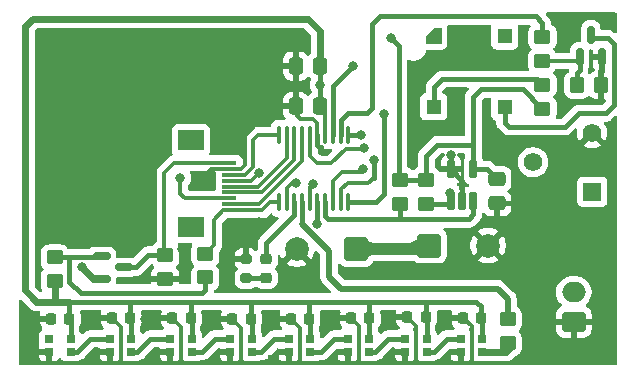
<source format=gbr>
%TF.GenerationSoftware,KiCad,Pcbnew,9.0.6*%
%TF.CreationDate,2025-11-28T18:37:07+03:00*%
%TF.ProjectId,motocounter,6d6f746f-636f-4756-9e74-65722e6b6963,rev?*%
%TF.SameCoordinates,PX7428540PY642ef90*%
%TF.FileFunction,Copper,L1,Top*%
%TF.FilePolarity,Positive*%
%FSLAX46Y46*%
G04 Gerber Fmt 4.6, Leading zero omitted, Abs format (unit mm)*
G04 Created by KiCad (PCBNEW 9.0.6) date 2025-11-28 18:37:07*
%MOMM*%
%LPD*%
G01*
G04 APERTURE LIST*
G04 Aperture macros list*
%AMRoundRect*
0 Rectangle with rounded corners*
0 $1 Rounding radius*
0 $2 $3 $4 $5 $6 $7 $8 $9 X,Y pos of 4 corners*
0 Add a 4 corners polygon primitive as box body*
4,1,4,$2,$3,$4,$5,$6,$7,$8,$9,$2,$3,0*
0 Add four circle primitives for the rounded corners*
1,1,$1+$1,$2,$3*
1,1,$1+$1,$4,$5*
1,1,$1+$1,$6,$7*
1,1,$1+$1,$8,$9*
0 Add four rect primitives between the rounded corners*
20,1,$1+$1,$2,$3,$4,$5,0*
20,1,$1+$1,$4,$5,$6,$7,0*
20,1,$1+$1,$6,$7,$8,$9,0*
20,1,$1+$1,$8,$9,$2,$3,0*%
%AMOutline5P*
0 Free polygon, 5 corners , with rotation*
0 The origin of the aperture is its center*
0 number of corners: always 5*
0 $1 to $10 corner X, Y*
0 $11 Rotation angle, in degrees counterclockwise*
0 create outline with 5 corners*
4,1,5,$1,$2,$3,$4,$5,$6,$7,$8,$9,$10,$1,$2,$11*%
%AMOutline6P*
0 Free polygon, 6 corners , with rotation*
0 The origin of the aperture is its center*
0 number of corners: always 6*
0 $1 to $12 corner X, Y*
0 $13 Rotation angle, in degrees counterclockwise*
0 create outline with 6 corners*
4,1,6,$1,$2,$3,$4,$5,$6,$7,$8,$9,$10,$11,$12,$1,$2,$13*%
%AMOutline7P*
0 Free polygon, 7 corners , with rotation*
0 The origin of the aperture is its center*
0 number of corners: always 7*
0 $1 to $14 corner X, Y*
0 $15 Rotation angle, in degrees counterclockwise*
0 create outline with 7 corners*
4,1,7,$1,$2,$3,$4,$5,$6,$7,$8,$9,$10,$11,$12,$13,$14,$1,$2,$15*%
%AMOutline8P*
0 Free polygon, 8 corners , with rotation*
0 The origin of the aperture is its center*
0 number of corners: always 8*
0 $1 to $16 corner X, Y*
0 $17 Rotation angle, in degrees counterclockwise*
0 create outline with 8 corners*
4,1,8,$1,$2,$3,$4,$5,$6,$7,$8,$9,$10,$11,$12,$13,$14,$15,$16,$1,$2,$17*%
G04 Aperture macros list end*
%TA.AperFunction,SMDPad,CuDef*%
%ADD10RoundRect,0.225000X-0.225000X-0.250000X0.225000X-0.250000X0.225000X0.250000X-0.225000X0.250000X0*%
%TD*%
%TA.AperFunction,SMDPad,CuDef*%
%ADD11RoundRect,0.225000X0.225000X0.250000X-0.225000X0.250000X-0.225000X-0.250000X0.225000X-0.250000X0*%
%TD*%
%TA.AperFunction,SMDPad,CuDef*%
%ADD12RoundRect,0.250000X-0.337500X-0.475000X0.337500X-0.475000X0.337500X0.475000X-0.337500X0.475000X0*%
%TD*%
%TA.AperFunction,SMDPad,CuDef*%
%ADD13RoundRect,0.100000X-0.100000X0.637500X-0.100000X-0.637500X0.100000X-0.637500X0.100000X0.637500X0*%
%TD*%
%TA.AperFunction,SMDPad,CuDef*%
%ADD14RoundRect,0.250000X-0.450000X0.350000X-0.450000X-0.350000X0.450000X-0.350000X0.450000X0.350000X0*%
%TD*%
%TA.AperFunction,SMDPad,CuDef*%
%ADD15RoundRect,0.150000X0.150000X-0.587500X0.150000X0.587500X-0.150000X0.587500X-0.150000X-0.587500X0*%
%TD*%
%TA.AperFunction,SMDPad,CuDef*%
%ADD16R,0.700000X0.700000*%
%TD*%
%TA.AperFunction,SMDPad,CuDef*%
%ADD17RoundRect,0.250000X0.450000X-0.350000X0.450000X0.350000X-0.450000X0.350000X-0.450000X-0.350000X0*%
%TD*%
%TA.AperFunction,SMDPad,CuDef*%
%ADD18Outline5P,-0.650000X0.650000X0.650000X0.650000X0.650000X-0.650000X0.000000X-0.650000X-0.650000X0.000000X270.000000*%
%TD*%
%TA.AperFunction,SMDPad,CuDef*%
%ADD19R,1.300000X1.300000*%
%TD*%
%TA.AperFunction,SMDPad,CuDef*%
%ADD20RoundRect,0.162500X0.162500X-0.617500X0.162500X0.617500X-0.162500X0.617500X-0.162500X-0.617500X0*%
%TD*%
%TA.AperFunction,SMDPad,CuDef*%
%ADD21RoundRect,0.150000X-0.587500X-0.150000X0.587500X-0.150000X0.587500X0.150000X-0.587500X0.150000X0*%
%TD*%
%TA.AperFunction,SMDPad,CuDef*%
%ADD22R,1.300000X0.300000*%
%TD*%
%TA.AperFunction,SMDPad,CuDef*%
%ADD23R,2.200000X1.800000*%
%TD*%
%TA.AperFunction,SMDPad,CuDef*%
%ADD24RoundRect,0.250000X-0.475000X0.337500X-0.475000X-0.337500X0.475000X-0.337500X0.475000X0.337500X0*%
%TD*%
%TA.AperFunction,SMDPad,CuDef*%
%ADD25RoundRect,0.218750X0.256250X-0.218750X0.256250X0.218750X-0.256250X0.218750X-0.256250X-0.218750X0*%
%TD*%
%TA.AperFunction,SMDPad,CuDef*%
%ADD26RoundRect,0.250000X-0.350000X-0.450000X0.350000X-0.450000X0.350000X0.450000X-0.350000X0.450000X0*%
%TD*%
%TA.AperFunction,SMDPad,CuDef*%
%ADD27RoundRect,0.200000X0.275000X-0.200000X0.275000X0.200000X-0.275000X0.200000X-0.275000X-0.200000X0*%
%TD*%
%TA.AperFunction,ComponentPad*%
%ADD28R,1.560000X1.560000*%
%TD*%
%TA.AperFunction,ComponentPad*%
%ADD29C,1.560000*%
%TD*%
%TA.AperFunction,ComponentPad*%
%ADD30RoundRect,0.250000X-0.750000X-0.750000X0.750000X-0.750000X0.750000X0.750000X-0.750000X0.750000X0*%
%TD*%
%TA.AperFunction,ComponentPad*%
%ADD31C,2.000000*%
%TD*%
%TA.AperFunction,ComponentPad*%
%ADD32RoundRect,0.250000X0.750000X-0.600000X0.750000X0.600000X-0.750000X0.600000X-0.750000X-0.600000X0*%
%TD*%
%TA.AperFunction,ComponentPad*%
%ADD33O,2.000000X1.700000*%
%TD*%
%TA.AperFunction,ComponentPad*%
%ADD34RoundRect,0.250000X0.750000X0.750000X-0.750000X0.750000X-0.750000X-0.750000X0.750000X-0.750000X0*%
%TD*%
%TA.AperFunction,ViaPad*%
%ADD35C,0.600000*%
%TD*%
%TA.AperFunction,ViaPad*%
%ADD36C,0.800000*%
%TD*%
%TA.AperFunction,Conductor*%
%ADD37C,0.400000*%
%TD*%
%TA.AperFunction,Conductor*%
%ADD38C,0.350000*%
%TD*%
%TA.AperFunction,Conductor*%
%ADD39C,1.000000*%
%TD*%
%TA.AperFunction,Conductor*%
%ADD40C,0.300000*%
%TD*%
%TA.AperFunction,Conductor*%
%ADD41C,0.450000*%
%TD*%
%TA.AperFunction,Conductor*%
%ADD42C,0.600000*%
%TD*%
%TA.AperFunction,Conductor*%
%ADD43C,0.500000*%
%TD*%
G04 APERTURE END LIST*
D10*
%TO.P,C10,1*%
%TO.N,GND*%
X23550000Y4450000D03*
%TO.P,C10,2*%
%TO.N,+3.3V*%
X25100000Y4450000D03*
%TD*%
D11*
%TO.P,C7,1*%
%TO.N,+3.3V*%
X39650000Y4550000D03*
%TO.P,C7,2*%
%TO.N,GND*%
X38100000Y4550000D03*
%TD*%
D12*
%TO.P,C13,1*%
%TO.N,GND*%
X23975000Y22450000D03*
%TO.P,C13,2*%
%TO.N,+3.3V*%
X26050000Y22450000D03*
%TD*%
D13*
%TO.P,U4,1,PB7/PB8*%
%TO.N,LEFT_BUTTON*%
X28400000Y20050000D03*
%TO.P,U4,2,PC14/PB9*%
%TO.N,buzzer*%
X27750000Y20050000D03*
%TO.P,U4,3,PC15*%
%TO.N,RIGHT_BUTTON*%
X27100000Y20050000D03*
%TO.P,U4,4,VDD*%
%TO.N,+3.3V*%
X26450000Y20050000D03*
%TO.P,U4,5,VSS*%
%TO.N,GND*%
X25800000Y20050000D03*
%TO.P,U4,6,NRST*%
%TO.N,rst*%
X25150000Y20050000D03*
%TO.P,U4,7,PA0*%
%TO.N,CS_disp*%
X24500000Y20050000D03*
%TO.P,U4,8,PA1*%
%TO.N,SCK*%
X23850000Y20050000D03*
%TO.P,U4,9,PA2*%
%TO.N,MOSI*%
X23200000Y20050000D03*
%TO.P,U4,10,PA3*%
%TO.N,RESET_disp*%
X22550000Y20050000D03*
%TO.P,U4,11,PA4*%
%TO.N,backlight*%
X22550000Y14325000D03*
%TO.P,U4,12,PA5*%
%TO.N,DC_disp*%
X23200000Y14325000D03*
%TO.P,U4,13,PA6*%
%TO.N,PWM_LED*%
X23850000Y14325000D03*
%TO.P,U4,14,PA7*%
%TO.N,ws2812*%
X24500000Y14325000D03*
%TO.P,U4,15,PB0/PB1/PB2/PA8*%
%TO.N,ADC2MCU*%
X25150000Y14325000D03*
%TO.P,U4,16,PA11/PA9*%
%TO.N,SCL*%
X25800000Y14325000D03*
%TO.P,U4,17,PA12/PA10*%
%TO.N,SDA*%
X26450000Y14325000D03*
%TO.P,U4,18,PA13*%
%TO.N,SWDIO*%
X27100000Y14325000D03*
%TO.P,U4,19,PA14/PA15*%
%TO.N,SWCLK*%
X27750000Y14325000D03*
%TO.P,U4,20,PB3/PB4/PB5/PB6*%
%TO.N,OK_BUTTON*%
X28400000Y14325000D03*
%TD*%
D14*
%TO.P,R3,1*%
%TO.N,+3.3V*%
X35000000Y16200000D03*
%TO.P,R3,2*%
%TO.N,SCL*%
X35000000Y14200000D03*
%TD*%
D15*
%TO.P,Q1,1,G*%
%TO.N,Net-(Q1-G)*%
X48000000Y26625000D03*
%TO.P,Q1,2,S*%
%TO.N,GND*%
X49900000Y26625000D03*
%TO.P,Q1,3,D*%
%TO.N,Net-(Q1-D)*%
X48950000Y28500000D03*
%TD*%
D16*
%TO.P,D4,1,DOUT*%
%TO.N,Net-(D4-DOUT)*%
X37920000Y2750000D03*
%TO.P,D4,2,VSS*%
%TO.N,GND*%
X37920000Y1650000D03*
%TO.P,D4,3,DIN*%
%TO.N,Net-(D4-DIN)*%
X39750000Y1650000D03*
%TO.P,D4,4,VDD*%
%TO.N,+3.3V*%
X39750000Y2750000D03*
%TD*%
D17*
%TO.P,R8,1*%
%TO.N,GND*%
X12900000Y7850000D03*
%TO.P,R8,2*%
%TO.N,LED_display*%
X12900000Y9850000D03*
%TD*%
D14*
%TO.P,R2,1*%
%TO.N,+3.3V*%
X32800000Y16200000D03*
%TO.P,R2,2*%
%TO.N,SDA*%
X32800000Y14200000D03*
%TD*%
D10*
%TO.P,C14,1*%
%TO.N,GND*%
X13500000Y4500000D03*
%TO.P,C14,2*%
%TO.N,+3.3V*%
X15050000Y4500000D03*
%TD*%
D16*
%TO.P,D11,1,DOUT*%
%TO.N,unconnected-(D11-DOUT-Pad1)*%
X3070000Y2750000D03*
%TO.P,D11,2,VSS*%
%TO.N,GND*%
X3070000Y1650000D03*
%TO.P,D11,3,DIN*%
%TO.N,Net-(D10-DOUT)*%
X4900000Y1650000D03*
%TO.P,D11,4,VDD*%
%TO.N,+3.3V*%
X4900000Y2750000D03*
%TD*%
D18*
%TO.P,BZ1,1,1*%
%TO.N,unconnected-(BZ1-Pad1)*%
X35650000Y28400000D03*
D19*
%TO.P,BZ1,2,2*%
%TO.N,Net-(BZ1-Pad2)*%
X35650000Y22400000D03*
%TO.P,BZ1,3,3*%
%TO.N,Net-(Q1-D)*%
X41650000Y22400000D03*
%TO.P,BZ1,4,4*%
%TO.N,unconnected-(BZ1-Pad4)*%
X41650000Y28400000D03*
%TD*%
D10*
%TO.P,C16,1*%
%TO.N,GND*%
X3250000Y4450000D03*
%TO.P,C16,2*%
%TO.N,+3.3V*%
X4800000Y4450000D03*
%TD*%
D16*
%TO.P,D5,1,DOUT*%
%TO.N,Net-(D5-DOUT)*%
X33220000Y2750000D03*
%TO.P,D5,2,VSS*%
%TO.N,GND*%
X33220000Y1650000D03*
%TO.P,D5,3,DIN*%
%TO.N,Net-(D4-DOUT)*%
X35050000Y1650000D03*
%TO.P,D5,4,VDD*%
%TO.N,+3.3V*%
X35050000Y2750000D03*
%TD*%
%TO.P,D8,1,DOUT*%
%TO.N,Net-(D8-DOUT)*%
X18420000Y2750000D03*
%TO.P,D8,2,VSS*%
%TO.N,GND*%
X18420000Y1650000D03*
%TO.P,D8,3,DIN*%
%TO.N,Net-(D7-DOUT)*%
X20250000Y1650000D03*
%TO.P,D8,4,VDD*%
%TO.N,+3.3V*%
X20250000Y2750000D03*
%TD*%
%TO.P,D9,1,DOUT*%
%TO.N,Net-(D10-DIN)*%
X13320000Y2750000D03*
%TO.P,D9,2,VSS*%
%TO.N,GND*%
X13320000Y1650000D03*
%TO.P,D9,3,DIN*%
%TO.N,Net-(D8-DOUT)*%
X15150000Y1650000D03*
%TO.P,D9,4,VDD*%
%TO.N,+3.3V*%
X15150000Y2750000D03*
%TD*%
D20*
%TO.P,U2,1,SCL*%
%TO.N,SCL*%
X37100000Y14400000D03*
%TO.P,U2,2,GND*%
%TO.N,GND*%
X38050000Y14400000D03*
%TO.P,U2,3,SDA*%
%TO.N,SDA*%
X39000000Y14400000D03*
%TO.P,U2,4,VCC*%
%TO.N,+3.3V*%
X39000000Y17100000D03*
%TO.P,U2,5,WP*%
%TO.N,GND*%
X37100000Y17100000D03*
%TD*%
D10*
%TO.P,C11,1*%
%TO.N,GND*%
X18600000Y4450000D03*
%TO.P,C11,2*%
%TO.N,+3.3V*%
X20150000Y4450000D03*
%TD*%
%TO.P,C9,1*%
%TO.N,GND*%
X28650000Y4500000D03*
%TO.P,C9,2*%
%TO.N,+3.3V*%
X30200000Y4500000D03*
%TD*%
D21*
%TO.P,Q2,1,G*%
%TO.N,Net-(Q2-G)*%
X7525000Y9750000D03*
%TO.P,Q2,2,S*%
%TO.N,+3.3V*%
X7525000Y7850000D03*
%TO.P,Q2,3,D*%
%TO.N,LED_display*%
X9400000Y8800000D03*
%TD*%
D22*
%TO.P,ST1,1,Pin_1*%
%TO.N,LED_display*%
X18320740Y17650000D03*
%TO.P,ST1,2,Pin_2*%
%TO.N,GND*%
X18320740Y17150000D03*
%TO.P,ST1,3,Pin_3*%
%TO.N,RESET_disp*%
X18320740Y16650000D03*
%TO.P,ST1,4,Pin_4*%
%TO.N,DC_disp*%
X18320740Y16150000D03*
%TO.P,ST1,5,Pin_5*%
%TO.N,MOSI*%
X18320740Y15650000D03*
%TO.P,ST1,6,Pin_6*%
%TO.N,SCK*%
X18320740Y15150000D03*
%TO.P,ST1,7,Pin_7*%
%TO.N,+3.3V*%
X18320740Y14650000D03*
%TO.P,ST1,8,Pin_8*%
%TO.N,CS_disp*%
X18320740Y14150000D03*
D23*
%TO.P,ST1,MP*%
%TO.N,N/C*%
X15070740Y19550000D03*
X15070740Y12250000D03*
%TD*%
D24*
%TO.P,C3,1*%
%TO.N,+3.3V*%
X41000000Y16287500D03*
%TO.P,C3,2*%
%TO.N,GND*%
X41000000Y14212500D03*
%TD*%
D10*
%TO.P,C15,1*%
%TO.N,GND*%
X8400000Y4500000D03*
%TO.P,C15,2*%
%TO.N,+3.3V*%
X9950000Y4500000D03*
%TD*%
D16*
%TO.P,D7,1,DOUT*%
%TO.N,Net-(D7-DOUT)*%
X23370000Y2750000D03*
%TO.P,D7,2,VSS*%
%TO.N,GND*%
X23370000Y1650000D03*
%TO.P,D7,3,DIN*%
%TO.N,Net-(D6-DOUT)*%
X25200000Y1650000D03*
%TO.P,D7,4,VDD*%
%TO.N,+3.3V*%
X25200000Y2750000D03*
%TD*%
D17*
%TO.P,R9,1*%
%TO.N,Net-(Q2-G)*%
X16300000Y7950000D03*
%TO.P,R9,2*%
%TO.N,backlight*%
X16300000Y9950000D03*
%TD*%
D12*
%TO.P,C12,1*%
%TO.N,GND*%
X23975000Y25850000D03*
%TO.P,C12,2*%
%TO.N,+3.3V*%
X26050000Y25850000D03*
%TD*%
D17*
%TO.P,R12,1*%
%TO.N,Net-(D4-DIN)*%
X41900000Y2400000D03*
%TO.P,R12,2*%
%TO.N,ws2812*%
X41900000Y4400000D03*
%TD*%
D16*
%TO.P,D10,1,DOUT*%
%TO.N,Net-(D10-DOUT)*%
X8220000Y2750000D03*
%TO.P,D10,2,VSS*%
%TO.N,GND*%
X8220000Y1650000D03*
%TO.P,D10,3,DIN*%
%TO.N,Net-(D10-DIN)*%
X10050000Y1650000D03*
%TO.P,D10,4,VDD*%
%TO.N,+3.3V*%
X10050000Y2750000D03*
%TD*%
D25*
%TO.P,D12,1,K*%
%TO.N,Net-(D12-K)*%
X21450000Y7912500D03*
%TO.P,D12,2,A*%
%TO.N,PWM_LED*%
X21450000Y9487500D03*
%TD*%
D17*
%TO.P,R5,1*%
%TO.N,+3.3V*%
X44850000Y22250000D03*
%TO.P,R5,2*%
%TO.N,Net-(BZ1-Pad2)*%
X44850000Y24250000D03*
%TD*%
%TO.P,R6,1*%
%TO.N,Net-(Q1-G)*%
X44850000Y26300000D03*
%TO.P,R6,2*%
%TO.N,buzzer*%
X44850000Y28300000D03*
%TD*%
D11*
%TO.P,C8,1*%
%TO.N,+3.3V*%
X34950000Y4600000D03*
%TO.P,C8,2*%
%TO.N,GND*%
X33400000Y4600000D03*
%TD*%
D26*
%TO.P,R7,1*%
%TO.N,Net-(Q1-G)*%
X47800000Y24250000D03*
%TO.P,R7,2*%
%TO.N,GND*%
X49800000Y24250000D03*
%TD*%
D27*
%TO.P,R11,1*%
%TO.N,Net-(D12-K)*%
X19750000Y7875000D03*
%TO.P,R11,2*%
%TO.N,GND*%
X19750000Y9525000D03*
%TD*%
D14*
%TO.P,R10,1*%
%TO.N,Net-(Q2-G)*%
X3550000Y9650000D03*
%TO.P,R10,2*%
%TO.N,+3.3V*%
X3550000Y7650000D03*
%TD*%
D16*
%TO.P,D6,1,DOUT*%
%TO.N,Net-(D6-DOUT)*%
X28370000Y2750000D03*
%TO.P,D6,2,VSS*%
%TO.N,GND*%
X28370000Y1650000D03*
%TO.P,D6,3,DIN*%
%TO.N,Net-(D5-DOUT)*%
X30200000Y1650000D03*
%TO.P,D6,4,VDD*%
%TO.N,+3.3V*%
X30200000Y2750000D03*
%TD*%
D28*
%TO.P,RV1,1,1*%
%TO.N,ADC*%
X49050000Y15200000D03*
D29*
%TO.P,RV1,2,2*%
%TO.N,ADC2MCU*%
X44050000Y17700000D03*
%TO.P,RV1,3,3*%
%TO.N,GND*%
X49050000Y20200000D03*
%TD*%
D30*
%TO.P,C1,1*%
%TO.N,Net-(D1-K)*%
X35250000Y10650000D03*
D31*
%TO.P,C1,2*%
%TO.N,GND*%
X40250000Y10650000D03*
%TD*%
D32*
%TO.P,J1,1,Pin_1*%
%TO.N,GND*%
X47500000Y4200000D03*
D33*
%TO.P,J1,2,Pin_2*%
%TO.N,ADC*%
X47500000Y6700000D03*
%TD*%
D34*
%TO.P,C2,1*%
%TO.N,Net-(D1-K)*%
X29050000Y10350000D03*
D31*
%TO.P,C2,2*%
%TO.N,GND*%
X24050000Y10350000D03*
%TD*%
D35*
%TO.N,GND*%
X18050000Y21000000D03*
D36*
X46800000Y15900000D03*
D35*
X3250000Y4450000D03*
D36*
X24800000Y7100000D03*
X14350000Y10350000D03*
X20850000Y12650000D03*
D35*
X26084575Y18872499D03*
D36*
X27000000Y4650000D03*
X15850000Y26000000D03*
X34000000Y19050000D03*
X11200000Y4450000D03*
X37100000Y18300000D03*
X15900000Y16300000D03*
X28650000Y4500000D03*
X46400000Y1150000D03*
X46600000Y22400000D03*
X1300000Y3700000D03*
X46950000Y28650000D03*
X6450000Y16800000D03*
D35*
X21850000Y1150000D03*
D36*
X7000000Y4450000D03*
D35*
X22600000Y26950000D03*
D36*
X23975000Y22450000D03*
X33400000Y4600000D03*
D35*
%TO.N,+3.3V*%
X1050000Y24750000D03*
D36*
X32000000Y28200000D03*
D35*
X1700000Y6200000D03*
D36*
X14200000Y16400000D03*
D35*
X25000000Y29850000D03*
D36*
X26050000Y24250000D03*
X5825000Y8825000D03*
%TO.N,SWCLK*%
X30550000Y17900000D03*
%TO.N,SWDIO*%
X29650000Y17100000D03*
%TO.N,rst*%
X29715952Y18920705D03*
%TO.N,SCL*%
X37000000Y15075000D03*
X25800000Y12500000D03*
%TO.N,ADC2MCU*%
X25400000Y15900000D03*
%TO.N,LEFT_BUTTON*%
X29450000Y20050000D03*
%TO.N,RIGHT_BUTTON*%
X28800000Y25850000D03*
%TO.N,OK_BUTTON*%
X31450000Y21750000D03*
%TO.N,DC_disp*%
X24000000Y15950000D03*
X20865409Y16805331D03*
%TD*%
D37*
%TO.N,Net-(BZ1-Pad2)*%
X35650000Y24050000D02*
X35650000Y22400000D01*
X44850000Y24250000D02*
X44350000Y24750000D01*
X36350000Y24750000D02*
X35650000Y24050000D01*
X44350000Y24750000D02*
X36350000Y24750000D01*
%TO.N,Net-(Q1-D)*%
X42000000Y20700000D02*
X46750000Y20700000D01*
X47900000Y21850000D02*
X50200000Y21850000D01*
X41650000Y21050000D02*
X42000000Y20700000D01*
X50400000Y28200000D02*
X49250000Y28200000D01*
X50900000Y27700000D02*
X50400000Y28200000D01*
D38*
X49250000Y28200000D02*
X48950000Y28500000D01*
D37*
X41650000Y22400000D02*
X41650000Y21050000D01*
X46750000Y20700000D02*
X47900000Y21850000D01*
X50900000Y22550000D02*
X50900000Y27700000D01*
X50200000Y21850000D02*
X50900000Y22550000D01*
D39*
%TO.N,Net-(D1-K)*%
X34950000Y10350000D02*
X35250000Y10650000D01*
X29050000Y10350000D02*
X34950000Y10350000D01*
D38*
%TO.N,GND*%
X24350000Y3650000D02*
X24350000Y676000D01*
X13500000Y4500000D02*
X14250000Y3750000D01*
X18600000Y4450000D02*
X19350000Y3700000D01*
D40*
X19700000Y17500000D02*
X19700000Y21400000D01*
D38*
X38100000Y4550000D02*
X38850000Y3800000D01*
D40*
X16750000Y17150000D02*
X15900000Y16300000D01*
D38*
X33400000Y4600000D02*
X34150000Y3850000D01*
D41*
X38050000Y16150000D02*
X38050000Y14400000D01*
X37100000Y17100000D02*
X38050000Y16150000D01*
D38*
X28650000Y4500000D02*
X29300000Y3850000D01*
D40*
X19350000Y17150000D02*
X19700000Y17500000D01*
D38*
X29300000Y1150000D02*
X29300000Y900000D01*
D37*
X25800000Y19150000D02*
X25800000Y20050000D01*
D41*
X37100000Y17100000D02*
X37100000Y18300000D01*
D38*
X34150000Y3850000D02*
X34150000Y676000D01*
X23550000Y4450000D02*
X24350000Y3650000D01*
X29300000Y3850000D02*
X29300000Y1150000D01*
X38850000Y3800000D02*
X38850000Y676000D01*
D40*
X20750000Y22450000D02*
X23975000Y22450000D01*
D38*
X9150000Y3750000D02*
X9150000Y676000D01*
X20550000Y676000D02*
X42250000Y676000D01*
X9324000Y676000D02*
X974000Y676000D01*
X23975000Y22450000D02*
X23975000Y21775000D01*
X25800000Y21000000D02*
X25800000Y20050000D01*
X14250000Y3750000D02*
X14250000Y676000D01*
X19350000Y3700000D02*
X19350000Y676000D01*
X9324000Y676000D02*
X20550000Y676000D01*
D40*
X19700000Y21400000D02*
X20750000Y22450000D01*
X18320740Y17150000D02*
X16750000Y17150000D01*
D37*
X26077501Y18872499D02*
X25800000Y19150000D01*
D38*
X23975000Y21775000D02*
X24350000Y21400000D01*
X8400000Y4500000D02*
X9150000Y3750000D01*
X25400000Y21400000D02*
X25800000Y21000000D01*
D40*
X15900000Y16300000D02*
X15450000Y15850000D01*
D38*
X24350000Y21400000D02*
X25400000Y21400000D01*
D37*
X26084575Y18872499D02*
X26077501Y18872499D01*
D40*
X18320740Y17150000D02*
X19350000Y17150000D01*
%TO.N,+3.3V*%
X18320740Y14650000D02*
X14550000Y14650000D01*
D41*
X39000000Y23250000D02*
X39000000Y19200000D01*
X26050000Y22450000D02*
X26050000Y25850000D01*
D38*
X26450000Y22050000D02*
X26050000Y22450000D01*
D41*
X34950000Y4600000D02*
X34950000Y5900000D01*
X35000000Y18250000D02*
X35950000Y19200000D01*
X30300000Y5900000D02*
X34950000Y5900000D01*
X39000000Y19200000D02*
X39000000Y17100000D01*
X35050000Y4500000D02*
X34950000Y4600000D01*
X10050000Y2750000D02*
X10050000Y4400000D01*
D42*
X3550000Y5900000D02*
X4800000Y5900000D01*
D41*
X44850000Y22250000D02*
X43200000Y23900000D01*
X35000000Y16200000D02*
X35000000Y18250000D01*
X43200000Y23900000D02*
X39650000Y23900000D01*
D42*
X5850000Y8825000D02*
X5825000Y8825000D01*
D40*
X14200000Y15000000D02*
X14200000Y16400000D01*
D41*
X30200000Y4500000D02*
X30200000Y5800000D01*
X20250000Y5900000D02*
X25050000Y5900000D01*
X32674000Y16326000D02*
X32674000Y27526000D01*
X15050000Y5850000D02*
X15000000Y5900000D01*
X30200000Y2750000D02*
X30200000Y4500000D01*
X20150000Y4450000D02*
X20150000Y5800000D01*
X39650000Y5500000D02*
X39650000Y4550000D01*
D40*
X14550000Y14650000D02*
X14200000Y15000000D01*
D41*
X40187500Y17100000D02*
X41000000Y16287500D01*
X4800000Y5900000D02*
X10000000Y5900000D01*
X39750000Y4450000D02*
X39650000Y4550000D01*
X32800000Y16200000D02*
X35000000Y16200000D01*
X32674000Y27526000D02*
X32000000Y28200000D01*
D42*
X1050000Y24900000D02*
X1050000Y24750000D01*
D41*
X10050000Y4400000D02*
X9950000Y4500000D01*
X30200000Y5800000D02*
X30300000Y5900000D01*
X39650000Y23900000D02*
X39000000Y23250000D01*
D42*
X25000000Y29850000D02*
X26050000Y28800000D01*
D41*
X35050000Y2750000D02*
X35050000Y4500000D01*
X4800000Y5900000D02*
X4800000Y4450000D01*
X20150000Y5800000D02*
X20250000Y5900000D01*
D42*
X1050000Y29200000D02*
X1700000Y29850000D01*
D41*
X9950000Y5850000D02*
X10000000Y5900000D01*
X34950000Y5900000D02*
X39250000Y5900000D01*
X4900000Y4350000D02*
X4800000Y4450000D01*
X25200000Y2750000D02*
X25200000Y4350000D01*
D42*
X2000000Y5900000D02*
X3550000Y5900000D01*
X1700000Y6200000D02*
X2000000Y5900000D01*
X6825000Y7850000D02*
X5850000Y8825000D01*
X1050000Y24900000D02*
X1050000Y29200000D01*
D41*
X32800000Y16200000D02*
X32674000Y16326000D01*
X25200000Y4350000D02*
X25100000Y4450000D01*
X10000000Y5900000D02*
X15000000Y5900000D01*
X15050000Y4500000D02*
X15050000Y5850000D01*
X25050000Y5900000D02*
X30300000Y5900000D01*
D42*
X3550000Y7650000D02*
X3550000Y5900000D01*
D41*
X25100000Y4450000D02*
X25100000Y5850000D01*
X15150000Y2750000D02*
X15150000Y4400000D01*
X25100000Y5850000D02*
X25050000Y5900000D01*
D42*
X1050000Y24750000D02*
X1050000Y6850000D01*
D41*
X9950000Y4500000D02*
X9950000Y5850000D01*
D38*
X26450000Y20050000D02*
X26450000Y22050000D01*
D41*
X4900000Y2750000D02*
X4900000Y4350000D01*
D37*
X7525000Y7850000D02*
X6825000Y7850000D01*
D41*
X35950000Y19200000D02*
X39000000Y19200000D01*
D42*
X26050000Y28800000D02*
X26050000Y25850000D01*
D41*
X39250000Y5900000D02*
X39650000Y5500000D01*
D42*
X1050000Y6850000D02*
X1700000Y6200000D01*
D41*
X39000000Y17100000D02*
X40187500Y17100000D01*
X20250000Y2750000D02*
X20250000Y4350000D01*
D42*
X1700000Y29850000D02*
X25000000Y29850000D01*
D41*
X15150000Y4400000D02*
X15050000Y4500000D01*
X39750000Y2750000D02*
X39750000Y4450000D01*
X20250000Y4350000D02*
X20150000Y4450000D01*
X15000000Y5900000D02*
X20250000Y5900000D01*
%TO.N,Net-(D4-DOUT)*%
X35650000Y1650000D02*
X36750000Y2750000D01*
X35050000Y1650000D02*
X35650000Y1650000D01*
X36750000Y2750000D02*
X37920000Y2750000D01*
D43*
%TO.N,ws2812*%
X41900000Y6150000D02*
X41900000Y4400000D01*
X24500000Y12500000D02*
X26800000Y10200000D01*
D37*
X24500000Y14325000D02*
X24500000Y12500000D01*
D43*
X27800000Y7000000D02*
X41050000Y7000000D01*
X26800000Y10200000D02*
X26800000Y8000000D01*
X41050000Y7000000D02*
X41900000Y6150000D01*
X26800000Y8000000D02*
X27800000Y7000000D01*
D41*
%TO.N,Net-(D5-DOUT)*%
X30700000Y1650000D02*
X31800000Y2750000D01*
X30200000Y1650000D02*
X30700000Y1650000D01*
X31800000Y2750000D02*
X33220000Y2750000D01*
%TO.N,Net-(D6-DOUT)*%
X27200000Y2750000D02*
X28370000Y2750000D01*
X25200000Y1650000D02*
X26100000Y1650000D01*
X26100000Y1650000D02*
X27200000Y2750000D01*
%TO.N,Net-(D7-DOUT)*%
X20250000Y1650000D02*
X21050000Y1650000D01*
X22150000Y2750000D02*
X23370000Y2750000D01*
X21050000Y1650000D02*
X22150000Y2750000D01*
%TO.N,Net-(D8-DOUT)*%
X15150000Y1650000D02*
X16000000Y1650000D01*
X17100000Y2750000D02*
X18420000Y2750000D01*
X16000000Y1650000D02*
X17100000Y2750000D01*
%TO.N,Net-(D10-DIN)*%
X10550000Y1650000D02*
X11650000Y2750000D01*
X11650000Y2750000D02*
X13320000Y2750000D01*
X10050000Y1650000D02*
X10550000Y1650000D01*
%TO.N,Net-(D10-DOUT)*%
X5450000Y1650000D02*
X6550000Y2750000D01*
X4900000Y1650000D02*
X5450000Y1650000D01*
X6550000Y2750000D02*
X8220000Y2750000D01*
D38*
%TO.N,SWCLK*%
X27824000Y14598942D02*
X27799000Y14573942D01*
D37*
X30550000Y17900000D02*
X30550000Y16400000D01*
D38*
X30550000Y16400000D02*
X30100000Y15950000D01*
X27799000Y14573942D02*
X27799000Y14374000D01*
X30100000Y15950000D02*
X28350000Y15950000D01*
X27799000Y14374000D02*
X27750000Y14325000D01*
X27824000Y15424000D02*
X27824000Y14598942D01*
X28350000Y15950000D02*
X27824000Y15424000D01*
%TO.N,SWDIO*%
X29650000Y17100000D02*
X29450000Y16900000D01*
X27100000Y16150000D02*
X27100000Y14325000D01*
X29450000Y16900000D02*
X27850000Y16900000D01*
X27850000Y16900000D02*
X27100000Y16150000D01*
%TO.N,rst*%
X25150000Y18250000D02*
X25150000Y20050000D01*
X26970768Y17600000D02*
X25800000Y17600000D01*
X28220768Y18850000D02*
X26970768Y17600000D01*
X25800000Y17600000D02*
X25150000Y18250000D01*
X29350000Y18850000D02*
X28220768Y18850000D01*
D37*
%TO.N,Net-(Q1-G)*%
X48000000Y25500000D02*
X48000000Y26625000D01*
X47800000Y24250000D02*
X47800000Y25300000D01*
D38*
X47675000Y26300000D02*
X48000000Y26625000D01*
D37*
X47800000Y25300000D02*
X48000000Y25500000D01*
D38*
X44850000Y26300000D02*
X47675000Y26300000D01*
D41*
%TO.N,Net-(Q2-G)*%
X5750000Y6650000D02*
X4800000Y7600000D01*
X4800000Y7600000D02*
X4800000Y9650000D01*
X5400000Y9650000D02*
X3550000Y9650000D01*
X16050000Y6650000D02*
X5750000Y6650000D01*
X4800000Y9650000D02*
X5000000Y9650000D01*
D40*
X7425000Y9650000D02*
X7525000Y9750000D01*
D41*
X6850000Y9650000D02*
X5400000Y9650000D01*
D40*
X7525000Y9750000D02*
X6950000Y9750000D01*
D41*
X16300000Y7950000D02*
X16300000Y6900000D01*
D40*
X6950000Y9750000D02*
X6850000Y9650000D01*
D41*
X16300000Y6900000D02*
X16050000Y6650000D01*
%TO.N,LED_display*%
X10400000Y8800000D02*
X11450000Y9850000D01*
D40*
X13670740Y17650000D02*
X18269740Y17650000D01*
D37*
X12900000Y9850000D02*
X12820740Y9929260D01*
D41*
X9400000Y8800000D02*
X10400000Y8800000D01*
D40*
X12820740Y16800000D02*
X13670740Y17650000D01*
D41*
X11450000Y9850000D02*
X12900000Y9850000D01*
D40*
X12820740Y9929260D02*
X12820740Y16800000D01*
D37*
%TO.N,SDA*%
X26700000Y12900000D02*
X33250000Y12900000D01*
D41*
X32800000Y14200000D02*
X32800000Y12900000D01*
X33250000Y12900000D02*
X38600000Y12900000D01*
X38600000Y12900000D02*
X39000000Y13300000D01*
D37*
X26450000Y14325000D02*
X26450000Y13150000D01*
D41*
X32800000Y12900000D02*
X33250000Y12900000D01*
D37*
X26450000Y13150000D02*
X26700000Y12900000D01*
D41*
X39000000Y13300000D02*
X39000000Y14400000D01*
%TO.N,SCL*%
X37100000Y14975000D02*
X37000000Y15075000D01*
X25800000Y12500000D02*
X25800000Y14325000D01*
X35000000Y14200000D02*
X36900000Y14200000D01*
X37100000Y14400000D02*
X37100000Y14975000D01*
X36900000Y14200000D02*
X37100000Y14400000D01*
D37*
%TO.N,buzzer*%
X27750000Y21250000D02*
X28350000Y21850000D01*
X44300000Y30050000D02*
X44850000Y29500000D01*
X31100000Y30050000D02*
X44300000Y30050000D01*
X44850000Y29500000D02*
X44850000Y28300000D01*
X30000000Y21850000D02*
X30450000Y22300000D01*
X30450000Y29400000D02*
X31100000Y30050000D01*
X28350000Y21850000D02*
X30000000Y21850000D01*
X30450000Y22300000D02*
X30450000Y29400000D01*
X27750000Y20050000D02*
X27750000Y21250000D01*
D38*
%TO.N,backlight*%
X17824000Y13624000D02*
X21097136Y13624000D01*
X17050000Y12850000D02*
X17824000Y13624000D01*
X16300000Y9950000D02*
X17050000Y10700000D01*
X21097136Y13624000D02*
X21798136Y14325000D01*
X21798136Y14325000D02*
X22550000Y14325000D01*
X17050000Y10700000D02*
X17050000Y12850000D01*
X16546740Y9703260D02*
X16300000Y9950000D01*
D40*
%TO.N,ADC2MCU*%
X25400000Y15900000D02*
X25150000Y15650000D01*
X25150000Y15650000D02*
X25150000Y14325000D01*
D37*
%TO.N,LEFT_BUTTON*%
X28400000Y20050000D02*
X29450000Y20050000D01*
%TO.N,RIGHT_BUTTON*%
X27098000Y20052000D02*
X27098000Y24148000D01*
X27100000Y20050000D02*
X27098000Y20052000D01*
X27098000Y24148000D02*
X28800000Y25850000D01*
D41*
%TO.N,OK_BUTTON*%
X28400000Y14325000D02*
X30775000Y14325000D01*
X31450000Y15000000D02*
X31450000Y21750000D01*
X30775000Y14325000D02*
X31450000Y15000000D01*
D40*
%TO.N,SCK*%
X18320740Y15150000D02*
X21100000Y15150000D01*
X21100000Y15150000D02*
X23850000Y17900000D01*
X23850000Y17950000D02*
X23850000Y20050000D01*
X23850000Y17900000D02*
X23850000Y17950000D01*
%TO.N,DC_disp*%
X18320740Y16150000D02*
X20210078Y16150000D01*
X24000000Y15950000D02*
X23600000Y15950000D01*
X23200000Y15550000D02*
X23200000Y14325000D01*
X23600000Y15950000D02*
X23200000Y15550000D01*
X20210078Y16150000D02*
X20865409Y16805331D01*
%TO.N,MOSI*%
X20770740Y15650000D02*
X23120740Y18000000D01*
X18320740Y15650000D02*
X20770740Y15650000D01*
X23200000Y18079260D02*
X23200000Y20050000D01*
X23120740Y18000000D02*
X23200000Y18079260D01*
%TO.N,RESET_disp*%
X20300000Y19550000D02*
X20800000Y20050000D01*
X19650000Y16650000D02*
X20300000Y17300000D01*
X20800000Y20050000D02*
X22550000Y20050000D01*
X20300000Y17300000D02*
X20300000Y19550000D01*
X18320740Y16650000D02*
X19650000Y16650000D01*
%TO.N,CS_disp*%
X24420740Y17691480D02*
X24500000Y17770740D01*
X18320740Y14150000D02*
X20879260Y14150000D01*
X20879260Y14150000D02*
X24420740Y17691480D01*
X24500000Y17770740D02*
X24500000Y20050000D01*
D37*
%TO.N,Net-(D12-K)*%
X19750000Y7875000D02*
X21412500Y7875000D01*
X21412500Y7875000D02*
X21450000Y7912500D01*
%TO.N,PWM_LED*%
X21450000Y10850000D02*
X23850000Y13250000D01*
X23850000Y13250000D02*
X23850000Y14325000D01*
X21450000Y9487500D02*
X21450000Y10850000D01*
D42*
%TO.N,Net-(D4-DIN)*%
X39750000Y1650000D02*
X41800000Y1650000D01*
X41800000Y1650000D02*
X42200000Y2050000D01*
%TD*%
%TA.AperFunction,Conductor*%
%TO.N,GND*%
G36*
X40442539Y23154815D02*
G01*
X40488294Y23102011D01*
X40499500Y23050500D01*
X40499500Y21702130D01*
X40499501Y21702124D01*
X40505908Y21642517D01*
X40556202Y21507672D01*
X40556206Y21507665D01*
X40642452Y21392456D01*
X40642455Y21392453D01*
X40757664Y21306207D01*
X40757673Y21306202D01*
X40868832Y21264743D01*
X40924766Y21222873D01*
X40949184Y21157408D01*
X40949500Y21148561D01*
X40949500Y21118994D01*
X40949500Y20981006D01*
X40949500Y20981004D01*
X40949499Y20981004D01*
X40976418Y20845678D01*
X40976421Y20845668D01*
X41029222Y20718193D01*
X41105887Y20603455D01*
X41553454Y20155888D01*
X41668192Y20079223D01*
X41795667Y20026422D01*
X41795672Y20026420D01*
X41795676Y20026420D01*
X41795677Y20026419D01*
X41931003Y19999500D01*
X41931006Y19999500D01*
X46818996Y19999500D01*
X46910040Y20017611D01*
X46954328Y20026420D01*
X47018069Y20052823D01*
X47081807Y20079223D01*
X47081808Y20079224D01*
X47081811Y20079225D01*
X47196543Y20155886D01*
X47580807Y20540151D01*
X47642128Y20573634D01*
X47711819Y20568650D01*
X47767753Y20526779D01*
X47792170Y20461314D01*
X47790959Y20433071D01*
X47770000Y20300739D01*
X47770000Y20099263D01*
X47801518Y19900265D01*
X47863775Y19708654D01*
X47863776Y19708651D01*
X47955248Y19529131D01*
X47984842Y19488398D01*
X47984843Y19488397D01*
X48567037Y20070592D01*
X48584075Y20007007D01*
X48649901Y19892993D01*
X48742993Y19799901D01*
X48857007Y19734075D01*
X48920590Y19717038D01*
X48338395Y19134845D01*
X48379133Y19105247D01*
X48558650Y19013777D01*
X48558653Y19013776D01*
X48750264Y18951519D01*
X48949263Y18920000D01*
X49150737Y18920000D01*
X49349735Y18951519D01*
X49541346Y19013776D01*
X49541349Y19013777D01*
X49720866Y19105247D01*
X49761602Y19134844D01*
X49761602Y19134845D01*
X49179409Y19717038D01*
X49242993Y19734075D01*
X49357007Y19799901D01*
X49450099Y19892993D01*
X49515925Y20007007D01*
X49532962Y20070591D01*
X50115155Y19488398D01*
X50115156Y19488398D01*
X50144753Y19529134D01*
X50236223Y19708651D01*
X50236224Y19708654D01*
X50298481Y19900265D01*
X50330000Y20099263D01*
X50330000Y20300738D01*
X50298481Y20499736D01*
X50236224Y20691347D01*
X50236223Y20691350D01*
X50144753Y20870867D01*
X50085360Y20952614D01*
X50061880Y21018420D01*
X50077705Y21086474D01*
X50127811Y21135169D01*
X50185678Y21149500D01*
X50268996Y21149500D01*
X50360040Y21167611D01*
X50404328Y21176420D01*
X50490313Y21212036D01*
X50531807Y21229223D01*
X50531808Y21229224D01*
X50531811Y21229225D01*
X50646543Y21305886D01*
X50937821Y21597165D01*
X50999141Y21630648D01*
X51068833Y21625664D01*
X51124767Y21583793D01*
X51149184Y21518328D01*
X51149500Y21509482D01*
X51149500Y624500D01*
X51129815Y557461D01*
X51077011Y511706D01*
X51025500Y500500D01*
X624500Y500500D01*
X557461Y520185D01*
X511706Y572989D01*
X500500Y624500D01*
X500500Y1252156D01*
X2220000Y1252156D01*
X2226401Y1192628D01*
X2226403Y1192621D01*
X2276645Y1057914D01*
X2276649Y1057907D01*
X2362809Y942813D01*
X2362812Y942810D01*
X2477906Y856650D01*
X2477913Y856646D01*
X2612620Y806404D01*
X2612627Y806402D01*
X2672155Y800001D01*
X2672172Y800000D01*
X2820000Y800000D01*
X2820000Y1400000D01*
X2220000Y1400000D01*
X2220000Y1252156D01*
X500500Y1252156D01*
X500500Y5968060D01*
X520185Y6035099D01*
X572989Y6080854D01*
X642147Y6090798D01*
X705703Y6061773D01*
X712181Y6055741D01*
X1078211Y5689711D01*
X1489707Y5278214D01*
X1489711Y5278211D01*
X1620814Y5190610D01*
X1620827Y5190603D01*
X1766498Y5130265D01*
X1766503Y5130263D01*
X1921153Y5099501D01*
X1921156Y5099500D01*
X1921158Y5099500D01*
X2078842Y5099500D01*
X2221893Y5099500D01*
X2288932Y5079815D01*
X2334687Y5027011D01*
X2344631Y4957853D01*
X2339599Y4936496D01*
X2310144Y4847607D01*
X2300000Y4748323D01*
X2300000Y4700000D01*
X3126000Y4700000D01*
X3193039Y4680315D01*
X3238794Y4627511D01*
X3250000Y4576000D01*
X3250000Y4324000D01*
X3230315Y4256961D01*
X3177511Y4211206D01*
X3126000Y4200000D01*
X2300001Y4200000D01*
X2300001Y4151678D01*
X2310144Y4052393D01*
X2363452Y3891519D01*
X2363457Y3891508D01*
X2452424Y3747272D01*
X2452427Y3747268D01*
X2478407Y3721288D01*
X2511892Y3659965D01*
X2506908Y3590273D01*
X2465038Y3534341D01*
X2362452Y3457545D01*
X2276206Y3342336D01*
X2276202Y3342329D01*
X2225908Y3207483D01*
X2219501Y3147884D01*
X2219501Y3147877D01*
X2219500Y3147865D01*
X2219500Y2352130D01*
X2219501Y2352124D01*
X2225909Y2292516D01*
X2244519Y2242618D01*
X2249503Y2172926D01*
X2244520Y2155954D01*
X2226402Y2107377D01*
X2226401Y2107373D01*
X2220000Y2047845D01*
X2220000Y1900000D01*
X2660833Y1900000D01*
X2668811Y1899573D01*
X2668817Y1899678D01*
X2672102Y1899503D01*
X2672127Y1899500D01*
X2946002Y1899501D01*
X3013039Y1879817D01*
X3058794Y1827013D01*
X3070000Y1775501D01*
X3070000Y1650000D01*
X3196000Y1650000D01*
X3263039Y1630315D01*
X3308794Y1577511D01*
X3320000Y1526000D01*
X3320000Y800000D01*
X3467828Y800000D01*
X3467844Y800001D01*
X3527372Y806402D01*
X3527379Y806404D01*
X3662086Y856646D01*
X3662093Y856650D01*
X3777187Y942810D01*
X3777190Y942813D01*
X3863350Y1057907D01*
X3863354Y1057914D01*
X3868550Y1071845D01*
X3910420Y1127780D01*
X3975884Y1152199D01*
X4044157Y1137349D01*
X4093564Y1087945D01*
X4100915Y1071849D01*
X4106203Y1057670D01*
X4106206Y1057665D01*
X4192452Y942456D01*
X4192455Y942453D01*
X4307664Y856207D01*
X4307671Y856203D01*
X4442517Y805909D01*
X4442516Y805909D01*
X4449444Y805165D01*
X4502127Y799500D01*
X5297872Y799501D01*
X5357483Y805909D01*
X5492331Y856204D01*
X5583514Y924465D01*
X5633631Y946814D01*
X5661620Y952381D01*
X5793653Y1007071D01*
X5912480Y1086468D01*
X6078168Y1252156D01*
X7370000Y1252156D01*
X7376401Y1192628D01*
X7376403Y1192621D01*
X7426645Y1057914D01*
X7426649Y1057907D01*
X7512809Y942813D01*
X7512812Y942810D01*
X7627906Y856650D01*
X7627913Y856646D01*
X7762620Y806404D01*
X7762627Y806402D01*
X7822155Y800001D01*
X7822172Y800000D01*
X7970000Y800000D01*
X7970000Y1400000D01*
X7370000Y1400000D01*
X7370000Y1252156D01*
X6078168Y1252156D01*
X6814193Y1988181D01*
X6875516Y2021666D01*
X6901874Y2024500D01*
X7246000Y2024500D01*
X7313039Y2004815D01*
X7358794Y1952011D01*
X7370000Y1900500D01*
X7370000Y1900000D01*
X7810833Y1900000D01*
X7818811Y1899573D01*
X7818817Y1899678D01*
X7822102Y1899503D01*
X7822127Y1899500D01*
X8096002Y1899501D01*
X8163039Y1879817D01*
X8208794Y1827013D01*
X8220000Y1775501D01*
X8220000Y1650000D01*
X8346000Y1650000D01*
X8413039Y1630315D01*
X8458794Y1577511D01*
X8470000Y1526000D01*
X8470000Y800000D01*
X8617828Y800000D01*
X8617844Y800001D01*
X8677372Y806402D01*
X8677379Y806404D01*
X8812086Y856646D01*
X8812093Y856650D01*
X8927187Y942810D01*
X8927190Y942813D01*
X9013350Y1057907D01*
X9013354Y1057914D01*
X9018550Y1071845D01*
X9060420Y1127780D01*
X9125884Y1152199D01*
X9194157Y1137349D01*
X9243564Y1087945D01*
X9250915Y1071849D01*
X9256203Y1057670D01*
X9256206Y1057665D01*
X9342452Y942456D01*
X9342455Y942453D01*
X9457664Y856207D01*
X9457671Y856203D01*
X9592517Y805909D01*
X9592516Y805909D01*
X9599444Y805165D01*
X9652127Y799500D01*
X10447872Y799501D01*
X10507483Y805909D01*
X10642331Y856204D01*
X10757546Y942454D01*
X10757546Y942455D01*
X10764646Y947769D01*
X10765491Y946640D01*
X10794399Y965960D01*
X10893653Y1007071D01*
X11012480Y1086468D01*
X11178168Y1252156D01*
X12470000Y1252156D01*
X12476401Y1192628D01*
X12476403Y1192621D01*
X12526645Y1057914D01*
X12526649Y1057907D01*
X12612809Y942813D01*
X12612812Y942810D01*
X12727906Y856650D01*
X12727913Y856646D01*
X12862620Y806404D01*
X12862627Y806402D01*
X12922155Y800001D01*
X12922172Y800000D01*
X13070000Y800000D01*
X13070000Y1400000D01*
X12470000Y1400000D01*
X12470000Y1252156D01*
X11178168Y1252156D01*
X11914193Y1988181D01*
X11975516Y2021666D01*
X12001874Y2024500D01*
X12346000Y2024500D01*
X12413039Y2004815D01*
X12458794Y1952011D01*
X12470000Y1900500D01*
X12470000Y1900000D01*
X12910833Y1900000D01*
X12918811Y1899573D01*
X12918817Y1899678D01*
X12922102Y1899503D01*
X12922127Y1899500D01*
X13196002Y1899501D01*
X13263039Y1879817D01*
X13308794Y1827013D01*
X13320000Y1775501D01*
X13320000Y1650000D01*
X13446000Y1650000D01*
X13513039Y1630315D01*
X13558794Y1577511D01*
X13570000Y1526000D01*
X13570000Y800000D01*
X13717828Y800000D01*
X13717844Y800001D01*
X13777372Y806402D01*
X13777379Y806404D01*
X13912086Y856646D01*
X13912093Y856650D01*
X14027187Y942810D01*
X14027190Y942813D01*
X14113350Y1057907D01*
X14113354Y1057914D01*
X14118550Y1071845D01*
X14160420Y1127780D01*
X14225884Y1152199D01*
X14294157Y1137349D01*
X14343564Y1087945D01*
X14350915Y1071849D01*
X14356203Y1057670D01*
X14356206Y1057665D01*
X14442452Y942456D01*
X14442455Y942453D01*
X14557664Y856207D01*
X14557671Y856203D01*
X14692517Y805909D01*
X14692516Y805909D01*
X14699444Y805165D01*
X14752127Y799500D01*
X15547872Y799501D01*
X15607483Y805909D01*
X15742331Y856204D01*
X15800524Y899767D01*
X15865989Y924184D01*
X15874835Y924500D01*
X16071457Y924500D01*
X16165751Y943258D01*
X16211620Y952381D01*
X16343653Y1007071D01*
X16462480Y1086468D01*
X16628168Y1252156D01*
X17570000Y1252156D01*
X17576401Y1192628D01*
X17576403Y1192621D01*
X17626645Y1057914D01*
X17626649Y1057907D01*
X17712809Y942813D01*
X17712812Y942810D01*
X17827906Y856650D01*
X17827913Y856646D01*
X17962620Y806404D01*
X17962627Y806402D01*
X18022155Y800001D01*
X18022172Y800000D01*
X18170000Y800000D01*
X18170000Y1400000D01*
X17570000Y1400000D01*
X17570000Y1252156D01*
X16628168Y1252156D01*
X17358319Y1982307D01*
X17419642Y2015792D01*
X17489334Y2010808D01*
X17545267Y1968936D01*
X17569684Y1903472D01*
X17569800Y1900200D01*
X17570000Y1900000D01*
X18010833Y1900000D01*
X18018811Y1899573D01*
X18018817Y1899678D01*
X18022102Y1899503D01*
X18022127Y1899500D01*
X18296002Y1899501D01*
X18363039Y1879817D01*
X18408794Y1827013D01*
X18420000Y1775501D01*
X18420000Y1650000D01*
X18546000Y1650000D01*
X18613039Y1630315D01*
X18658794Y1577511D01*
X18670000Y1526000D01*
X18670000Y800000D01*
X18817828Y800000D01*
X18817844Y800001D01*
X18877372Y806402D01*
X18877379Y806404D01*
X19012086Y856646D01*
X19012093Y856650D01*
X19127187Y942810D01*
X19127190Y942813D01*
X19213350Y1057907D01*
X19213354Y1057914D01*
X19218550Y1071845D01*
X19260420Y1127780D01*
X19325884Y1152199D01*
X19394157Y1137349D01*
X19443564Y1087945D01*
X19450915Y1071849D01*
X19456203Y1057670D01*
X19456206Y1057665D01*
X19542452Y942456D01*
X19542455Y942453D01*
X19657664Y856207D01*
X19657671Y856203D01*
X19792517Y805909D01*
X19792516Y805909D01*
X19799444Y805165D01*
X19852127Y799500D01*
X20647872Y799501D01*
X20707483Y805909D01*
X20842331Y856204D01*
X20900524Y899767D01*
X20965989Y924184D01*
X20974835Y924500D01*
X21121457Y924500D01*
X21215751Y943258D01*
X21261620Y952381D01*
X21393653Y1007071D01*
X21512480Y1086468D01*
X21678168Y1252156D01*
X22520000Y1252156D01*
X22526401Y1192628D01*
X22526403Y1192621D01*
X22576645Y1057914D01*
X22576649Y1057907D01*
X22662809Y942813D01*
X22662812Y942810D01*
X22777906Y856650D01*
X22777913Y856646D01*
X22912620Y806404D01*
X22912627Y806402D01*
X22972155Y800001D01*
X22972172Y800000D01*
X23120000Y800000D01*
X23120000Y1400000D01*
X22520000Y1400000D01*
X22520000Y1252156D01*
X21678168Y1252156D01*
X22335325Y1909313D01*
X22396648Y1942798D01*
X22466340Y1937814D01*
X22510687Y1909313D01*
X22520000Y1900000D01*
X22960833Y1900000D01*
X22968811Y1899573D01*
X22968817Y1899678D01*
X22972102Y1899503D01*
X22972127Y1899500D01*
X23246002Y1899501D01*
X23313039Y1879817D01*
X23358794Y1827013D01*
X23370000Y1775501D01*
X23370000Y1650000D01*
X23496000Y1650000D01*
X23563039Y1630315D01*
X23608794Y1577511D01*
X23620000Y1526000D01*
X23620000Y800000D01*
X23767828Y800000D01*
X23767844Y800001D01*
X23827372Y806402D01*
X23827379Y806404D01*
X23962086Y856646D01*
X23962093Y856650D01*
X24077187Y942810D01*
X24077190Y942813D01*
X24163350Y1057907D01*
X24163354Y1057914D01*
X24168550Y1071845D01*
X24210420Y1127780D01*
X24275884Y1152199D01*
X24344157Y1137349D01*
X24393564Y1087945D01*
X24400915Y1071849D01*
X24406203Y1057670D01*
X24406206Y1057665D01*
X24492452Y942456D01*
X24492455Y942453D01*
X24607664Y856207D01*
X24607671Y856203D01*
X24742517Y805909D01*
X24742516Y805909D01*
X24749444Y805165D01*
X24802127Y799500D01*
X25597872Y799501D01*
X25657483Y805909D01*
X25792331Y856204D01*
X25850524Y899767D01*
X25915989Y924184D01*
X25924835Y924500D01*
X26171457Y924500D01*
X26265751Y943258D01*
X26311620Y952381D01*
X26443653Y1007071D01*
X26562480Y1086468D01*
X26728168Y1252156D01*
X27520000Y1252156D01*
X27526401Y1192628D01*
X27526403Y1192621D01*
X27576645Y1057914D01*
X27576649Y1057907D01*
X27662809Y942813D01*
X27662812Y942810D01*
X27777906Y856650D01*
X27777913Y856646D01*
X27912620Y806404D01*
X27912627Y806402D01*
X27972155Y800001D01*
X27972172Y800000D01*
X28120000Y800000D01*
X28120000Y1400000D01*
X27520000Y1400000D01*
X27520000Y1252156D01*
X26728168Y1252156D01*
X27360325Y1884313D01*
X27421648Y1917798D01*
X27491340Y1912814D01*
X27511278Y1900000D01*
X27960833Y1900000D01*
X27968811Y1899573D01*
X27968817Y1899678D01*
X27972102Y1899503D01*
X27972127Y1899500D01*
X28246002Y1899501D01*
X28313039Y1879817D01*
X28358794Y1827013D01*
X28370000Y1775501D01*
X28370000Y1650000D01*
X28496000Y1650000D01*
X28563039Y1630315D01*
X28608794Y1577511D01*
X28620000Y1526000D01*
X28620000Y800000D01*
X28767828Y800000D01*
X28767844Y800001D01*
X28827372Y806402D01*
X28827379Y806404D01*
X28962086Y856646D01*
X28962093Y856650D01*
X29077187Y942810D01*
X29077190Y942813D01*
X29163350Y1057907D01*
X29163354Y1057914D01*
X29168550Y1071845D01*
X29210420Y1127780D01*
X29275884Y1152199D01*
X29344157Y1137349D01*
X29393564Y1087945D01*
X29400915Y1071849D01*
X29406203Y1057670D01*
X29406206Y1057665D01*
X29492452Y942456D01*
X29492455Y942453D01*
X29607664Y856207D01*
X29607671Y856203D01*
X29742517Y805909D01*
X29742516Y805909D01*
X29749444Y805165D01*
X29802127Y799500D01*
X30597872Y799501D01*
X30657483Y805909D01*
X30792331Y856204D01*
X30907546Y942454D01*
X30907546Y942455D01*
X30914646Y947769D01*
X30915491Y946640D01*
X30944399Y965960D01*
X31043653Y1007071D01*
X31162480Y1086468D01*
X31328168Y1252156D01*
X32370000Y1252156D01*
X32376401Y1192628D01*
X32376403Y1192621D01*
X32426645Y1057914D01*
X32426649Y1057907D01*
X32512809Y942813D01*
X32512812Y942810D01*
X32627906Y856650D01*
X32627913Y856646D01*
X32762620Y806404D01*
X32762627Y806402D01*
X32822155Y800001D01*
X32822172Y800000D01*
X32970000Y800000D01*
X32970000Y1400000D01*
X32370000Y1400000D01*
X32370000Y1252156D01*
X31328168Y1252156D01*
X32064193Y1988181D01*
X32091120Y2002885D01*
X32116939Y2019477D01*
X32123139Y2020369D01*
X32125516Y2021666D01*
X32151874Y2024500D01*
X32246000Y2024500D01*
X32313039Y2004815D01*
X32358794Y1952011D01*
X32370000Y1900500D01*
X32370000Y1900000D01*
X32810833Y1900000D01*
X32818811Y1899573D01*
X32818817Y1899678D01*
X32822102Y1899503D01*
X32822127Y1899500D01*
X33096002Y1899501D01*
X33163039Y1879817D01*
X33208794Y1827013D01*
X33220000Y1775501D01*
X33220000Y1650000D01*
X33346000Y1650000D01*
X33413039Y1630315D01*
X33458794Y1577511D01*
X33470000Y1526000D01*
X33470000Y800000D01*
X33617828Y800000D01*
X33617844Y800001D01*
X33677372Y806402D01*
X33677379Y806404D01*
X33812086Y856646D01*
X33812093Y856650D01*
X33927187Y942810D01*
X33927190Y942813D01*
X34013350Y1057907D01*
X34013354Y1057914D01*
X34018550Y1071845D01*
X34060420Y1127780D01*
X34125884Y1152199D01*
X34194157Y1137349D01*
X34243564Y1087945D01*
X34250915Y1071849D01*
X34256203Y1057670D01*
X34256206Y1057665D01*
X34342452Y942456D01*
X34342455Y942453D01*
X34457664Y856207D01*
X34457671Y856203D01*
X34592517Y805909D01*
X34592516Y805909D01*
X34599444Y805165D01*
X34652127Y799500D01*
X35447872Y799501D01*
X35507483Y805909D01*
X35508810Y806404D01*
X35642329Y856203D01*
X35642329Y856204D01*
X35642331Y856204D01*
X35715420Y910920D01*
X35765533Y933269D01*
X35861620Y952381D01*
X35993653Y1007071D01*
X36112480Y1086468D01*
X36278168Y1252156D01*
X37070000Y1252156D01*
X37076401Y1192628D01*
X37076403Y1192621D01*
X37126645Y1057914D01*
X37126649Y1057907D01*
X37212809Y942813D01*
X37212812Y942810D01*
X37327906Y856650D01*
X37327913Y856646D01*
X37462620Y806404D01*
X37462627Y806402D01*
X37522155Y800001D01*
X37522172Y800000D01*
X37670000Y800000D01*
X37670000Y1400000D01*
X37070000Y1400000D01*
X37070000Y1252156D01*
X36278168Y1252156D01*
X36910325Y1884313D01*
X36971648Y1917798D01*
X37041340Y1912814D01*
X37061278Y1900000D01*
X37510833Y1900000D01*
X37518811Y1899573D01*
X37518817Y1899678D01*
X37522102Y1899503D01*
X37522127Y1899500D01*
X37796002Y1899501D01*
X37863039Y1879817D01*
X37908794Y1827013D01*
X37920000Y1775501D01*
X37920000Y1650000D01*
X38046000Y1650000D01*
X38113039Y1630315D01*
X38158794Y1577511D01*
X38170000Y1526000D01*
X38170000Y800000D01*
X38317828Y800000D01*
X38317844Y800001D01*
X38377372Y806402D01*
X38377379Y806404D01*
X38512086Y856646D01*
X38512093Y856650D01*
X38627187Y942810D01*
X38627190Y942813D01*
X38713350Y1057907D01*
X38713354Y1057914D01*
X38718550Y1071845D01*
X38760420Y1127780D01*
X38825884Y1152199D01*
X38894157Y1137349D01*
X38943564Y1087945D01*
X38950915Y1071849D01*
X38956203Y1057670D01*
X38956206Y1057665D01*
X39042452Y942456D01*
X39042455Y942453D01*
X39157664Y856207D01*
X39157671Y856203D01*
X39292517Y805909D01*
X39292516Y805909D01*
X39299444Y805165D01*
X39352127Y799500D01*
X40147872Y799501D01*
X40207483Y805909D01*
X40303396Y841682D01*
X40346729Y849500D01*
X41878844Y849500D01*
X41878845Y849501D01*
X42033497Y880263D01*
X42179179Y940606D01*
X42310289Y1028211D01*
X42615548Y1333472D01*
X42664228Y1363495D01*
X42669334Y1365186D01*
X42818656Y1457288D01*
X42942712Y1581344D01*
X43034814Y1730666D01*
X43089999Y1897203D01*
X43100500Y1999991D01*
X43100499Y2800008D01*
X43096598Y2838193D01*
X43089999Y2902797D01*
X43089998Y2902800D01*
X43068715Y2967028D01*
X43034814Y3069334D01*
X42942712Y3218656D01*
X42849049Y3312319D01*
X42815564Y3373642D01*
X42820548Y3443334D01*
X42849049Y3487681D01*
X42895709Y3534341D01*
X42942712Y3581344D01*
X43034814Y3730666D01*
X43089999Y3897203D01*
X43100500Y3999991D01*
X43100499Y4800008D01*
X43095626Y4847708D01*
X43089999Y4902797D01*
X43089998Y4902800D01*
X43058582Y4997607D01*
X43034814Y5069334D01*
X42942712Y5218656D01*
X42818656Y5342712D01*
X42709402Y5410100D01*
X42662679Y5462047D01*
X42650500Y5515638D01*
X42650500Y6223918D01*
X42647491Y6239043D01*
X42642513Y6264069D01*
X42642513Y6264072D01*
X42621660Y6368905D01*
X42621659Y6368912D01*
X42565084Y6505494D01*
X42565084Y6505495D01*
X42495661Y6609394D01*
X42484689Y6625816D01*
X42482954Y6628413D01*
X42387889Y6723478D01*
X42305080Y6806287D01*
X45999500Y6806287D01*
X45999500Y6593713D01*
X46032754Y6383757D01*
X46084413Y6224767D01*
X46098444Y6181586D01*
X46194951Y5992180D01*
X46319890Y5820214D01*
X46459068Y5681036D01*
X46492553Y5619713D01*
X46487569Y5550021D01*
X46445697Y5494088D01*
X46436484Y5487817D01*
X46281659Y5392320D01*
X46281655Y5392317D01*
X46157684Y5268346D01*
X46065643Y5119125D01*
X46065641Y5119120D01*
X46010494Y4952698D01*
X46010493Y4952691D01*
X46000000Y4849987D01*
X46000000Y4450000D01*
X47066988Y4450000D01*
X47034075Y4392993D01*
X47000000Y4265826D01*
X47000000Y4134174D01*
X47034075Y4007007D01*
X47066988Y3950000D01*
X46000001Y3950000D01*
X46000001Y3550014D01*
X46010494Y3447303D01*
X46065641Y3280881D01*
X46065643Y3280876D01*
X46157684Y3131655D01*
X46281654Y3007685D01*
X46430875Y2915644D01*
X46430880Y2915642D01*
X46597302Y2860495D01*
X46597309Y2860494D01*
X46700019Y2850001D01*
X47249999Y2850001D01*
X47250000Y2850002D01*
X47250000Y3766988D01*
X47307007Y3734075D01*
X47434174Y3700000D01*
X47565826Y3700000D01*
X47692993Y3734075D01*
X47750000Y3766988D01*
X47750000Y2850001D01*
X48299972Y2850001D01*
X48299986Y2850002D01*
X48402697Y2860495D01*
X48569119Y2915642D01*
X48569124Y2915644D01*
X48718345Y3007685D01*
X48842315Y3131655D01*
X48934356Y3280876D01*
X48934358Y3280881D01*
X48989505Y3447303D01*
X48989506Y3447310D01*
X48999999Y3550014D01*
X49000000Y3550027D01*
X49000000Y3950000D01*
X47933012Y3950000D01*
X47965925Y4007007D01*
X48000000Y4134174D01*
X48000000Y4265826D01*
X47965925Y4392993D01*
X47933012Y4450000D01*
X48999999Y4450000D01*
X48999999Y4849972D01*
X48999998Y4849987D01*
X48989505Y4952698D01*
X48934358Y5119120D01*
X48934356Y5119125D01*
X48842315Y5268346D01*
X48718345Y5392316D01*
X48563515Y5487816D01*
X48516791Y5539764D01*
X48505568Y5608727D01*
X48533412Y5672809D01*
X48540909Y5681014D01*
X48680104Y5820208D01*
X48713704Y5866454D01*
X48805048Y5992180D01*
X48805047Y5992180D01*
X48805051Y5992184D01*
X48901557Y6181588D01*
X48967246Y6383757D01*
X49000500Y6593713D01*
X49000500Y6806287D01*
X48967246Y7016243D01*
X48901557Y7218412D01*
X48805051Y7407816D01*
X48805049Y7407819D01*
X48805048Y7407821D01*
X48680109Y7579787D01*
X48529786Y7730110D01*
X48357820Y7855049D01*
X48168414Y7951556D01*
X48168413Y7951557D01*
X48168412Y7951557D01*
X47966243Y8017246D01*
X47966241Y8017247D01*
X47966240Y8017247D01*
X47804957Y8042792D01*
X47756287Y8050500D01*
X47243713Y8050500D01*
X47195042Y8042792D01*
X47033760Y8017247D01*
X46831585Y7951556D01*
X46642179Y7855049D01*
X46470213Y7730110D01*
X46319890Y7579787D01*
X46194951Y7407821D01*
X46098444Y7218415D01*
X46032753Y7016240D01*
X46009098Y6866884D01*
X45999500Y6806287D01*
X42305080Y6806287D01*
X41528421Y7582948D01*
X41528418Y7582951D01*
X41451558Y7634306D01*
X41434308Y7645832D01*
X41405495Y7665084D01*
X41405492Y7665086D01*
X41405491Y7665086D01*
X41268917Y7721657D01*
X41268907Y7721660D01*
X41123920Y7750500D01*
X41123918Y7750500D01*
X28162229Y7750500D01*
X28095190Y7770185D01*
X28074548Y7786819D01*
X27586819Y8274549D01*
X27553334Y8335872D01*
X27550500Y8362230D01*
X27550500Y8988770D01*
X27570185Y9055809D01*
X27622989Y9101564D01*
X27692147Y9111508D01*
X27755703Y9082483D01*
X27762181Y9076451D01*
X27831344Y9007288D01*
X27980666Y8915186D01*
X28147203Y8860001D01*
X28249991Y8849500D01*
X29850008Y8849501D01*
X29952797Y8860001D01*
X30119334Y8915186D01*
X30268656Y9007288D01*
X30392712Y9131344D01*
X30468275Y9253852D01*
X30489631Y9273062D01*
X30508885Y9294398D01*
X30517493Y9298123D01*
X30520222Y9300576D01*
X30541267Y9308408D01*
X30546939Y9309949D01*
X30563774Y9313293D01*
X30739877Y9335720D01*
X30752130Y9336664D01*
X31046266Y9344694D01*
X31046265Y9344695D01*
X31080648Y9345633D01*
X31086101Y9346670D01*
X31091006Y9347329D01*
X31092295Y9347397D01*
X31093154Y9347617D01*
X31098988Y9348399D01*
X31099649Y9348298D01*
X31115477Y9349500D01*
X33243508Y9349500D01*
X33254548Y9349008D01*
X33289429Y9345889D01*
X33353368Y9349323D01*
X33360015Y9349500D01*
X33937770Y9349500D01*
X34004809Y9329815D01*
X34025451Y9313181D01*
X34031344Y9307288D01*
X34180666Y9215186D01*
X34347203Y9160001D01*
X34449991Y9149500D01*
X36050008Y9149501D01*
X36152797Y9160001D01*
X36319334Y9215186D01*
X36468656Y9307288D01*
X36592712Y9431344D01*
X36684814Y9580666D01*
X36739999Y9747203D01*
X36750500Y9849991D01*
X36750499Y10768053D01*
X38750000Y10768053D01*
X38750000Y10531948D01*
X38786934Y10298753D01*
X38859897Y10074198D01*
X38967087Y9863826D01*
X39027338Y9780896D01*
X39027340Y9780895D01*
X39767037Y10520592D01*
X39784075Y10457007D01*
X39849901Y10342993D01*
X39942993Y10249901D01*
X40057007Y10184075D01*
X40120590Y10167038D01*
X39380893Y9427342D01*
X39463828Y9367086D01*
X39674197Y9259898D01*
X39898752Y9186935D01*
X39898751Y9186935D01*
X40131948Y9150000D01*
X40368052Y9150000D01*
X40601247Y9186935D01*
X40825802Y9259898D01*
X41036163Y9367082D01*
X41036169Y9367086D01*
X41119104Y9427342D01*
X41119105Y9427342D01*
X40379408Y10167038D01*
X40442993Y10184075D01*
X40557007Y10249901D01*
X40650099Y10342993D01*
X40715925Y10457007D01*
X40732962Y10520591D01*
X41472658Y9780895D01*
X41472658Y9780896D01*
X41532914Y9863831D01*
X41532918Y9863837D01*
X41640102Y10074198D01*
X41713065Y10298753D01*
X41750000Y10531948D01*
X41750000Y10768053D01*
X41713065Y11001248D01*
X41640102Y11225803D01*
X41532914Y11436172D01*
X41472658Y11519106D01*
X41472658Y11519107D01*
X40732962Y10779410D01*
X40715925Y10842993D01*
X40650099Y10957007D01*
X40557007Y11050099D01*
X40442993Y11115925D01*
X40379409Y11132963D01*
X41119105Y11872660D01*
X41119104Y11872662D01*
X41036174Y11932913D01*
X40825802Y12040103D01*
X40601247Y12113066D01*
X40601248Y12113066D01*
X40368052Y12150000D01*
X40131948Y12150000D01*
X39898752Y12113066D01*
X39674197Y12040103D01*
X39463830Y11932916D01*
X39380894Y11872660D01*
X40120591Y11132963D01*
X40057007Y11115925D01*
X39942993Y11050099D01*
X39849901Y10957007D01*
X39784075Y10842993D01*
X39767037Y10779409D01*
X39027340Y11519106D01*
X38967084Y11436170D01*
X38859897Y11225803D01*
X38786934Y11001248D01*
X38750000Y10768053D01*
X36750499Y10768053D01*
X36750499Y11450008D01*
X36748851Y11466137D01*
X36739999Y11552797D01*
X36739998Y11552800D01*
X36705717Y11656253D01*
X36684814Y11719334D01*
X36592712Y11868656D01*
X36498549Y11962819D01*
X36465064Y12024142D01*
X36470048Y12093834D01*
X36511920Y12149767D01*
X36577384Y12174184D01*
X36586230Y12174500D01*
X38671457Y12174500D01*
X38765751Y12193258D01*
X38811620Y12202381D01*
X38943653Y12257071D01*
X38976809Y12279225D01*
X39062480Y12336468D01*
X39563532Y12837520D01*
X39642929Y12956347D01*
X39697619Y13088380D01*
X39700791Y13104328D01*
X39725500Y13228545D01*
X39725500Y13321626D01*
X39726320Y13328718D01*
X39737275Y13354579D01*
X39745185Y13381516D01*
X39750717Y13386310D01*
X39753574Y13393053D01*
X39776771Y13408887D01*
X39797989Y13427271D01*
X39805234Y13428313D01*
X39811283Y13432441D01*
X39839353Y13433219D01*
X39867147Y13437215D01*
X39873807Y13434174D01*
X39881126Y13434376D01*
X39905158Y13419856D01*
X39930703Y13408190D01*
X39937181Y13402158D01*
X40056654Y13282685D01*
X40205875Y13190644D01*
X40205880Y13190642D01*
X40372302Y13135495D01*
X40372309Y13135494D01*
X40475019Y13125001D01*
X40749999Y13125001D01*
X41250000Y13125001D01*
X41524972Y13125001D01*
X41524986Y13125002D01*
X41627697Y13135495D01*
X41794119Y13190642D01*
X41794124Y13190644D01*
X41943345Y13282685D01*
X42067315Y13406655D01*
X42159356Y13555876D01*
X42159358Y13555881D01*
X42214505Y13722303D01*
X42214506Y13722310D01*
X42224999Y13825014D01*
X42225000Y13825027D01*
X42225000Y13962500D01*
X41250000Y13962500D01*
X41250000Y13125001D01*
X40749999Y13125001D01*
X40750000Y13125002D01*
X40750000Y14088500D01*
X40769685Y14155539D01*
X40822489Y14201294D01*
X40874000Y14212500D01*
X41000000Y14212500D01*
X41000000Y14338500D01*
X41019685Y14405539D01*
X41072489Y14451294D01*
X41124000Y14462500D01*
X42224999Y14462500D01*
X42224999Y14599972D01*
X42224998Y14599987D01*
X42214505Y14702698D01*
X42159358Y14869120D01*
X42159356Y14869125D01*
X42067315Y15018346D01*
X41943344Y15142317D01*
X41943341Y15142319D01*
X41940339Y15144171D01*
X41938713Y15145979D01*
X41937677Y15146798D01*
X41937817Y15146976D01*
X41893617Y15196120D01*
X41882397Y15265083D01*
X41910243Y15329164D01*
X41940344Y15355246D01*
X41943656Y15357288D01*
X42067712Y15481344D01*
X42159814Y15630666D01*
X42214999Y15797203D01*
X42225500Y15899991D01*
X42225500Y16027865D01*
X47769500Y16027865D01*
X47769500Y14372130D01*
X47769501Y14372124D01*
X47775908Y14312517D01*
X47826202Y14177672D01*
X47826206Y14177665D01*
X47912452Y14062456D01*
X47912455Y14062453D01*
X48027664Y13976207D01*
X48027671Y13976203D01*
X48162517Y13925909D01*
X48162516Y13925909D01*
X48169444Y13925165D01*
X48222127Y13919500D01*
X49877872Y13919501D01*
X49937483Y13925909D01*
X50072331Y13976204D01*
X50187546Y14062454D01*
X50273796Y14177669D01*
X50324091Y14312517D01*
X50330500Y14372127D01*
X50330499Y16027872D01*
X50324091Y16087483D01*
X50305498Y16137333D01*
X50273797Y16222329D01*
X50273793Y16222336D01*
X50187547Y16337545D01*
X50187544Y16337548D01*
X50072335Y16423794D01*
X50072328Y16423798D01*
X49937482Y16474092D01*
X49937483Y16474092D01*
X49877883Y16480499D01*
X49877881Y16480500D01*
X49877873Y16480500D01*
X49877864Y16480500D01*
X48222129Y16480500D01*
X48222123Y16480499D01*
X48162516Y16474092D01*
X48027671Y16423798D01*
X48027664Y16423794D01*
X47912455Y16337548D01*
X47912452Y16337545D01*
X47826206Y16222336D01*
X47826202Y16222329D01*
X47775908Y16087483D01*
X47769857Y16031195D01*
X47769501Y16027877D01*
X47769500Y16027865D01*
X42225500Y16027865D01*
X42225499Y16299118D01*
X42225499Y16675002D01*
X42225498Y16675020D01*
X42214999Y16777797D01*
X42214998Y16777800D01*
X42190057Y16853066D01*
X42159814Y16944334D01*
X42067712Y17093656D01*
X41943656Y17217712D01*
X41846777Y17277467D01*
X41794336Y17309813D01*
X41794331Y17309815D01*
X41792862Y17310302D01*
X41627797Y17364999D01*
X41627795Y17365000D01*
X41525016Y17375500D01*
X41525009Y17375500D01*
X40989374Y17375500D01*
X40922335Y17395185D01*
X40901693Y17411819D01*
X40649983Y17663530D01*
X40649982Y17663531D01*
X40591589Y17702547D01*
X40531153Y17742929D01*
X40463165Y17771091D01*
X40399118Y17797620D01*
X40399115Y17797621D01*
X40394491Y17798540D01*
X40394485Y17798541D01*
X40383209Y17800784D01*
X42769500Y17800784D01*
X42769500Y17599217D01*
X42801030Y17400148D01*
X42863312Y17208461D01*
X42921807Y17093658D01*
X42954818Y17028871D01*
X43073289Y16865810D01*
X43215810Y16723289D01*
X43378871Y16604818D01*
X43537417Y16524035D01*
X43558460Y16513313D01*
X43634231Y16488694D01*
X43750149Y16451030D01*
X43842348Y16436428D01*
X43949217Y16419500D01*
X43949222Y16419500D01*
X44150783Y16419500D01*
X44247289Y16434786D01*
X44349851Y16451030D01*
X44541542Y16513314D01*
X44721129Y16604818D01*
X44884190Y16723289D01*
X45026711Y16865810D01*
X45145182Y17028871D01*
X45236686Y17208458D01*
X45298970Y17400149D01*
X45315544Y17504796D01*
X45330500Y17599217D01*
X45330500Y17800784D01*
X45307851Y17943777D01*
X45298970Y17999851D01*
X45249014Y18153601D01*
X45236687Y18191540D01*
X45190648Y18281897D01*
X45145182Y18371129D01*
X45026711Y18534190D01*
X44884190Y18676711D01*
X44721129Y18795182D01*
X44648842Y18832014D01*
X44541539Y18886688D01*
X44349852Y18948970D01*
X44150783Y18980500D01*
X44150778Y18980500D01*
X43949222Y18980500D01*
X43949217Y18980500D01*
X43750147Y18948970D01*
X43558460Y18886688D01*
X43378870Y18795182D01*
X43321103Y18753211D01*
X43215810Y18676711D01*
X43215808Y18676709D01*
X43215807Y18676709D01*
X43073291Y18534193D01*
X43073291Y18534192D01*
X43073289Y18534190D01*
X43029560Y18474002D01*
X42954818Y18371130D01*
X42863312Y18191540D01*
X42801030Y17999853D01*
X42769500Y17800784D01*
X40383209Y17800784D01*
X40258957Y17825500D01*
X40258955Y17825500D01*
X39914531Y17825500D01*
X39895908Y17830969D01*
X39876508Y17831474D01*
X39863076Y17840609D01*
X39847492Y17845185D01*
X39834783Y17859852D01*
X39818734Y17870767D01*
X39807841Y17890945D01*
X39801737Y17897989D01*
X39800433Y17900945D01*
X39797996Y17906672D01*
X39771531Y17991602D01*
X39738841Y18045677D01*
X39735402Y18053760D01*
X39732763Y18076258D01*
X39725500Y18102315D01*
X39725500Y22898126D01*
X39734144Y22927567D01*
X39740668Y22957553D01*
X39744422Y22962569D01*
X39745185Y22965165D01*
X39761819Y22985807D01*
X39914193Y23138181D01*
X39975516Y23171666D01*
X40001874Y23174500D01*
X40375500Y23174500D01*
X40442539Y23154815D01*
G37*
%TD.AperFunction*%
%TA.AperFunction,Conductor*%
G36*
X27697216Y5154815D02*
G01*
X27742971Y5102011D01*
X27752915Y5032853D01*
X27747883Y5011496D01*
X27710144Y4897608D01*
X27700000Y4798323D01*
X27700000Y4750000D01*
X28526000Y4750000D01*
X28593039Y4730315D01*
X28638794Y4677511D01*
X28650000Y4626000D01*
X28650000Y4374000D01*
X28630315Y4306961D01*
X28577511Y4261206D01*
X28526000Y4250000D01*
X27700001Y4250000D01*
X27700001Y4201678D01*
X27710144Y4102393D01*
X27763452Y3941519D01*
X27763457Y3941508D01*
X27852424Y3797272D01*
X27852427Y3797268D01*
X27880298Y3769397D01*
X27913783Y3708074D01*
X27908799Y3638382D01*
X27866927Y3582449D01*
X27853004Y3573414D01*
X27844770Y3568824D01*
X27777669Y3543796D01*
X27712821Y3495252D01*
X27705552Y3491198D01*
X27679268Y3485237D01*
X27654011Y3475816D01*
X27645165Y3475500D01*
X27128543Y3475500D01*
X26988385Y3447621D01*
X26988379Y3447619D01*
X26856347Y3392930D01*
X26737517Y3313531D01*
X26737514Y3313528D01*
X26262180Y2838193D01*
X26200857Y2804708D01*
X26131165Y2809692D01*
X26075232Y2851564D01*
X26050815Y2917028D01*
X26050499Y2925874D01*
X26050499Y3147871D01*
X26050498Y3147877D01*
X26050497Y3147884D01*
X26044903Y3199932D01*
X26044091Y3207484D01*
X25993797Y3342329D01*
X25993795Y3342332D01*
X25950233Y3400524D01*
X25925816Y3465989D01*
X25925500Y3474835D01*
X25925500Y3756427D01*
X25943961Y3821522D01*
X25987003Y3891303D01*
X26040349Y4052292D01*
X26050500Y4151655D01*
X26050499Y4748344D01*
X26045391Y4798345D01*
X26040349Y4847708D01*
X26040348Y4847711D01*
X26007246Y4947607D01*
X25987003Y5008697D01*
X25987001Y5008699D01*
X25986075Y5011496D01*
X25983673Y5081324D01*
X26019405Y5141366D01*
X26081925Y5172559D01*
X26103781Y5174500D01*
X27630177Y5174500D01*
X27697216Y5154815D01*
G37*
%TD.AperFunction*%
%TA.AperFunction,Conductor*%
G36*
X17663785Y5154815D02*
G01*
X17709540Y5102011D01*
X17719484Y5032853D01*
X17714452Y5011496D01*
X17660144Y4847607D01*
X17650000Y4748323D01*
X17650000Y4700000D01*
X18476000Y4700000D01*
X18543039Y4680315D01*
X18588794Y4627511D01*
X18600000Y4576000D01*
X18600000Y4324000D01*
X18580315Y4256961D01*
X18527511Y4211206D01*
X18476000Y4200000D01*
X17650001Y4200000D01*
X17650001Y4151678D01*
X17660144Y4052393D01*
X17713452Y3891519D01*
X17713457Y3891508D01*
X17802424Y3747272D01*
X17802427Y3747268D01*
X17828407Y3721288D01*
X17836949Y3705643D01*
X17849558Y3693035D01*
X17853348Y3675612D01*
X17861892Y3659965D01*
X17860620Y3642183D01*
X17864410Y3624762D01*
X17858179Y3608058D01*
X17856908Y3590273D01*
X17846223Y3576001D01*
X17839994Y3559297D01*
X17815037Y3534340D01*
X17769476Y3500233D01*
X17704012Y3475816D01*
X17695165Y3475500D01*
X17028543Y3475500D01*
X16888385Y3447621D01*
X16888379Y3447619D01*
X16756347Y3392930D01*
X16637517Y3313531D01*
X16637514Y3313528D01*
X16212180Y2888193D01*
X16150857Y2854708D01*
X16081165Y2859692D01*
X16025232Y2901564D01*
X16000815Y2967028D01*
X16000499Y2975874D01*
X16000499Y3147871D01*
X16000498Y3147877D01*
X16000497Y3147884D01*
X15994903Y3199932D01*
X15994091Y3207484D01*
X15943797Y3342329D01*
X15943795Y3342332D01*
X15900233Y3400524D01*
X15875816Y3465989D01*
X15875500Y3474835D01*
X15875500Y3806427D01*
X15893961Y3871522D01*
X15937003Y3941303D01*
X15990349Y4102292D01*
X16000500Y4201655D01*
X16000499Y4798344D01*
X15995456Y4847708D01*
X15990349Y4897708D01*
X15973814Y4947607D01*
X15952642Y5011499D01*
X15950241Y5081324D01*
X15985973Y5141366D01*
X16048493Y5172559D01*
X16070349Y5174500D01*
X17596746Y5174500D01*
X17663785Y5154815D01*
G37*
%TD.AperFunction*%
%TA.AperFunction,Conductor*%
G36*
X22574068Y5166478D02*
G01*
X22602105Y5161457D01*
X22607164Y5156760D01*
X22613785Y5154815D01*
X22632430Y5133297D01*
X22653304Y5113914D01*
X22655020Y5107228D01*
X22659540Y5102011D01*
X22663592Y5073825D01*
X22670673Y5046237D01*
X22668946Y5036594D01*
X22669484Y5032853D01*
X22664452Y5011496D01*
X22610144Y4847607D01*
X22600000Y4748323D01*
X22600000Y4700000D01*
X23426000Y4700000D01*
X23493039Y4680315D01*
X23538794Y4627511D01*
X23550000Y4576000D01*
X23550000Y4324000D01*
X23530315Y4256961D01*
X23477511Y4211206D01*
X23426000Y4200000D01*
X22600001Y4200000D01*
X22600001Y4151678D01*
X22610144Y4052393D01*
X22663452Y3891519D01*
X22663457Y3891508D01*
X22752424Y3747272D01*
X22752427Y3747268D01*
X22778407Y3721288D01*
X22786949Y3705643D01*
X22799558Y3693035D01*
X22803348Y3675612D01*
X22811892Y3659965D01*
X22810620Y3642183D01*
X22814410Y3624762D01*
X22808179Y3608058D01*
X22806908Y3590273D01*
X22796223Y3576001D01*
X22789994Y3559297D01*
X22765037Y3534340D01*
X22719476Y3500233D01*
X22654012Y3475816D01*
X22645165Y3475500D01*
X22078543Y3475500D01*
X21938385Y3447621D01*
X21938379Y3447619D01*
X21806347Y3392930D01*
X21687517Y3313531D01*
X21687514Y3313528D01*
X21312180Y2938193D01*
X21250857Y2904708D01*
X21181165Y2909692D01*
X21125232Y2951564D01*
X21100815Y3017028D01*
X21100499Y3025874D01*
X21100499Y3147871D01*
X21100498Y3147877D01*
X21100497Y3147884D01*
X21094903Y3199932D01*
X21094091Y3207484D01*
X21043797Y3342329D01*
X21043795Y3342332D01*
X21000233Y3400524D01*
X20975816Y3465989D01*
X20975500Y3474835D01*
X20975500Y3756427D01*
X20993961Y3821522D01*
X21037003Y3891303D01*
X21090349Y4052292D01*
X21100500Y4151655D01*
X21100499Y4748344D01*
X21095391Y4798345D01*
X21090349Y4847708D01*
X21090348Y4847711D01*
X21057246Y4947607D01*
X21037003Y5008697D01*
X21037001Y5008699D01*
X21036075Y5011496D01*
X21033673Y5081324D01*
X21069405Y5141366D01*
X21131925Y5172559D01*
X21153781Y5174500D01*
X22546746Y5174500D01*
X22574068Y5166478D01*
G37*
%TD.AperFunction*%
%TA.AperFunction,Conductor*%
G36*
X37130648Y5154815D02*
G01*
X37176403Y5102011D01*
X37186347Y5032853D01*
X37181315Y5011496D01*
X37160144Y4947607D01*
X37150000Y4848323D01*
X37150000Y4800000D01*
X37976000Y4800000D01*
X38043039Y4780315D01*
X38088794Y4727511D01*
X38100000Y4676000D01*
X38100000Y4424000D01*
X38080315Y4356961D01*
X38027511Y4311206D01*
X37976000Y4300000D01*
X37150001Y4300000D01*
X37150001Y4251678D01*
X37160144Y4152393D01*
X37213452Y3991519D01*
X37213457Y3991508D01*
X37302424Y3847272D01*
X37302427Y3847268D01*
X37393880Y3755815D01*
X37427365Y3694492D01*
X37422381Y3624800D01*
X37380509Y3568867D01*
X37371397Y3562658D01*
X37360985Y3556223D01*
X37327669Y3543796D01*
X37265062Y3496929D01*
X37260363Y3494024D01*
X37231781Y3486174D01*
X37204011Y3475816D01*
X37195165Y3475500D01*
X36678543Y3475500D01*
X36538385Y3447621D01*
X36538379Y3447619D01*
X36406347Y3392930D01*
X36287517Y3313531D01*
X36105254Y3131268D01*
X36043931Y3097783D01*
X35974239Y3102767D01*
X35918306Y3144639D01*
X35896494Y3200079D01*
X35895876Y3199932D01*
X35894859Y3204234D01*
X35894283Y3205699D01*
X35894091Y3207483D01*
X35843797Y3342329D01*
X35843795Y3342332D01*
X35800233Y3400524D01*
X35775816Y3465989D01*
X35775500Y3474835D01*
X35775500Y3906427D01*
X35793961Y3971522D01*
X35837003Y4041303D01*
X35890349Y4202292D01*
X35900500Y4301655D01*
X35900499Y4898344D01*
X35895456Y4947708D01*
X35890349Y4997708D01*
X35890347Y4997713D01*
X35885781Y5011494D01*
X35883378Y5081322D01*
X35919108Y5141365D01*
X35981628Y5172558D01*
X36003486Y5174500D01*
X37063609Y5174500D01*
X37130648Y5154815D01*
G37*
%TD.AperFunction*%
%TA.AperFunction,Conductor*%
G36*
X7447216Y5154815D02*
G01*
X7492971Y5102011D01*
X7502915Y5032853D01*
X7497883Y5011496D01*
X7460144Y4897608D01*
X7450000Y4798323D01*
X7450000Y4750000D01*
X8276000Y4750000D01*
X8343039Y4730315D01*
X8388794Y4677511D01*
X8400000Y4626000D01*
X8400000Y4374000D01*
X8380315Y4306961D01*
X8327511Y4261206D01*
X8276000Y4250000D01*
X7450001Y4250000D01*
X7450001Y4201678D01*
X7460144Y4102393D01*
X7513452Y3941519D01*
X7513457Y3941508D01*
X7602424Y3797272D01*
X7602427Y3797268D01*
X7658162Y3741533D01*
X7667213Y3724957D01*
X7680336Y3711367D01*
X7683612Y3694924D01*
X7691647Y3680210D01*
X7690299Y3661369D01*
X7693991Y3642844D01*
X7687859Y3627243D01*
X7686663Y3610518D01*
X7675341Y3595396D01*
X7668433Y3577817D01*
X7651198Y3563145D01*
X7644791Y3554585D01*
X7643044Y3553301D01*
X7632230Y3545498D01*
X7627669Y3543796D01*
X7568642Y3499610D01*
X7567728Y3498949D01*
X7535775Y3487664D01*
X7504011Y3475816D01*
X7502031Y3475746D01*
X7501847Y3475680D01*
X7501630Y3475731D01*
X7495165Y3475500D01*
X6478543Y3475500D01*
X6338385Y3447621D01*
X6338379Y3447619D01*
X6206347Y3392930D01*
X6087518Y3313531D01*
X5945011Y3171024D01*
X5919878Y3157301D01*
X5896334Y3141000D01*
X5889600Y3140769D01*
X5883688Y3137540D01*
X5855126Y3139583D01*
X5826505Y3138598D01*
X5820715Y3142044D01*
X5813996Y3142524D01*
X5791072Y3159686D01*
X5766464Y3174330D01*
X5762135Y3181348D01*
X5758063Y3184396D01*
X5746373Y3203348D01*
X5743442Y3209222D01*
X5693796Y3342331D01*
X5643535Y3409472D01*
X5638543Y3419477D01*
X5634276Y3443307D01*
X5625816Y3465989D01*
X5625500Y3474835D01*
X5625500Y3756427D01*
X5643961Y3821522D01*
X5687003Y3891303D01*
X5740349Y4052292D01*
X5750500Y4151655D01*
X5750499Y4748344D01*
X5745391Y4798345D01*
X5740349Y4847708D01*
X5740348Y4847711D01*
X5707246Y4947607D01*
X5687003Y5008697D01*
X5687001Y5008699D01*
X5686075Y5011496D01*
X5683673Y5081324D01*
X5719405Y5141366D01*
X5781925Y5172559D01*
X5803781Y5174500D01*
X7380177Y5174500D01*
X7447216Y5154815D01*
G37*
%TD.AperFunction*%
%TA.AperFunction,Conductor*%
G36*
X12507500Y5166477D02*
G01*
X12535535Y5161457D01*
X12540593Y5156760D01*
X12547216Y5154815D01*
X12565863Y5133296D01*
X12586735Y5113914D01*
X12588451Y5107228D01*
X12592971Y5102011D01*
X12597023Y5073826D01*
X12604104Y5046238D01*
X12602377Y5036594D01*
X12602915Y5032853D01*
X12597883Y5011496D01*
X12560144Y4897608D01*
X12550000Y4798323D01*
X12550000Y4750000D01*
X13376000Y4750000D01*
X13443039Y4730315D01*
X13488794Y4677511D01*
X13500000Y4626000D01*
X13500000Y4374000D01*
X13480315Y4306961D01*
X13427511Y4261206D01*
X13376000Y4250000D01*
X12550001Y4250000D01*
X12550001Y4201678D01*
X12560144Y4102393D01*
X12613452Y3941519D01*
X12613457Y3941508D01*
X12702424Y3797272D01*
X12702427Y3797268D01*
X12758162Y3741533D01*
X12767213Y3724957D01*
X12780336Y3711367D01*
X12783612Y3694924D01*
X12791647Y3680210D01*
X12790299Y3661369D01*
X12793991Y3642844D01*
X12787859Y3627243D01*
X12786663Y3610518D01*
X12775341Y3595396D01*
X12768433Y3577817D01*
X12751198Y3563145D01*
X12744791Y3554585D01*
X12743044Y3553301D01*
X12732230Y3545498D01*
X12727669Y3543796D01*
X12668642Y3499610D01*
X12667728Y3498949D01*
X12635775Y3487664D01*
X12604011Y3475816D01*
X12602031Y3475746D01*
X12601847Y3475680D01*
X12601630Y3475731D01*
X12595165Y3475500D01*
X11578543Y3475500D01*
X11438385Y3447621D01*
X11438379Y3447619D01*
X11306347Y3392930D01*
X11187518Y3313531D01*
X11081428Y3207441D01*
X11057351Y3194295D01*
X11035123Y3178230D01*
X11027130Y3177794D01*
X11020105Y3173957D01*
X10992743Y3175914D01*
X10965358Y3174417D01*
X10958399Y3178370D01*
X10950413Y3178941D01*
X10928451Y3195382D01*
X10904606Y3208927D01*
X10899459Y3217086D01*
X10894480Y3220813D01*
X10883932Y3237532D01*
X10880301Y3244455D01*
X10843796Y3342331D01*
X10794290Y3408462D01*
X10789685Y3417244D01*
X10784699Y3442172D01*
X10775816Y3465989D01*
X10775500Y3474835D01*
X10775500Y3806427D01*
X10793961Y3871522D01*
X10837003Y3941303D01*
X10890349Y4102292D01*
X10900500Y4201655D01*
X10900499Y4798344D01*
X10895456Y4847708D01*
X10890349Y4897708D01*
X10873814Y4947607D01*
X10852642Y5011499D01*
X10850241Y5081324D01*
X10885973Y5141366D01*
X10948493Y5172559D01*
X10970349Y5174500D01*
X12480177Y5174500D01*
X12507500Y5166477D01*
G37*
%TD.AperFunction*%
%TA.AperFunction,Conductor*%
G36*
X32414079Y5154815D02*
G01*
X32459834Y5102011D01*
X32469778Y5032853D01*
X32464747Y5011498D01*
X32460143Y4997607D01*
X32450000Y4898323D01*
X32450000Y4850000D01*
X33276000Y4850000D01*
X33343039Y4830315D01*
X33388794Y4777511D01*
X33400000Y4726000D01*
X33400000Y4474000D01*
X33380315Y4406961D01*
X33327511Y4361206D01*
X33276000Y4350000D01*
X32450001Y4350000D01*
X32450001Y4301678D01*
X32460144Y4202393D01*
X32513452Y4041519D01*
X32513457Y4041508D01*
X32602424Y3897272D01*
X32602427Y3897268D01*
X32727375Y3772320D01*
X32725933Y3770879D01*
X32760434Y3722144D01*
X32763565Y3652345D01*
X32728463Y3591933D01*
X32703475Y3573580D01*
X32695265Y3569008D01*
X32627669Y3543796D01*
X32562796Y3495233D01*
X32555498Y3491168D01*
X32529238Y3485226D01*
X32504011Y3475816D01*
X32495165Y3475500D01*
X31728543Y3475500D01*
X31588385Y3447621D01*
X31588379Y3447619D01*
X31456347Y3392930D01*
X31337518Y3313531D01*
X31231428Y3207441D01*
X31207351Y3194295D01*
X31185123Y3178230D01*
X31177130Y3177794D01*
X31170105Y3173957D01*
X31142743Y3175914D01*
X31115358Y3174417D01*
X31108399Y3178370D01*
X31100413Y3178941D01*
X31078451Y3195382D01*
X31054606Y3208927D01*
X31049459Y3217086D01*
X31044480Y3220813D01*
X31033932Y3237532D01*
X31030301Y3244455D01*
X30993796Y3342331D01*
X30944290Y3408462D01*
X30939685Y3417244D01*
X30934699Y3442172D01*
X30925816Y3465989D01*
X30925500Y3474835D01*
X30925500Y3673126D01*
X30945185Y3740165D01*
X30961819Y3760807D01*
X30978050Y3777038D01*
X30997968Y3796956D01*
X31087003Y3941303D01*
X31140349Y4102292D01*
X31150500Y4201655D01*
X31150499Y4798344D01*
X31145456Y4847708D01*
X31140349Y4897708D01*
X31123814Y4947607D01*
X31102642Y5011499D01*
X31100241Y5081324D01*
X31135973Y5141366D01*
X31198493Y5172559D01*
X31220349Y5174500D01*
X32347040Y5174500D01*
X32414079Y5154815D01*
G37*
%TD.AperFunction*%
%TA.AperFunction,Conductor*%
G36*
X34195772Y3816751D02*
G01*
X34217971Y3815165D01*
X34231883Y3806225D01*
X34241481Y3803427D01*
X34248129Y3795785D01*
X34262327Y3786661D01*
X34271956Y3777032D01*
X34271963Y3777028D01*
X34277404Y3772726D01*
X34317785Y3715707D01*
X34324500Y3675454D01*
X34324500Y3474835D01*
X34304815Y3407796D01*
X34299767Y3400524D01*
X34256204Y3342332D01*
X34256203Y3342330D01*
X34251182Y3328867D01*
X34209310Y3272934D01*
X34143846Y3248517D01*
X34075573Y3263369D01*
X34026168Y3312775D01*
X34018818Y3328867D01*
X34015591Y3337518D01*
X34013796Y3342331D01*
X34013794Y3342334D01*
X34013793Y3342336D01*
X33950893Y3426358D01*
X33927546Y3457546D01*
X33905562Y3474003D01*
X33887246Y3498472D01*
X33867182Y3521535D01*
X33866505Y3526179D01*
X33863693Y3529935D01*
X33861512Y3560427D01*
X33857103Y3590674D01*
X33859043Y3594946D01*
X33858709Y3599627D01*
X33873360Y3626460D01*
X33886003Y3654287D01*
X33890351Y3657576D01*
X33892194Y3660950D01*
X33912631Y3677452D01*
X34107402Y3803164D01*
X34128747Y3809477D01*
X34148279Y3820144D01*
X34161596Y3819193D01*
X34174403Y3822980D01*
X34195772Y3816751D01*
G37*
%TD.AperFunction*%
%TA.AperFunction,Conductor*%
G36*
X38894990Y3766807D02*
G01*
X38917971Y3765165D01*
X38930934Y3756835D01*
X38940117Y3754287D01*
X38947145Y3746417D01*
X38962327Y3736661D01*
X38971956Y3727032D01*
X38971963Y3727028D01*
X38977404Y3722726D01*
X39017785Y3665707D01*
X39024500Y3625454D01*
X39024500Y3474835D01*
X39019531Y3457815D01*
X39019587Y3440278D01*
X39007102Y3415238D01*
X39005027Y3408127D01*
X39002531Y3404218D01*
X38956204Y3342331D01*
X38946595Y3316569D01*
X38939527Y3305493D01*
X38922695Y3290815D01*
X38909310Y3272934D01*
X38896872Y3268296D01*
X38886869Y3259571D01*
X38864773Y3256323D01*
X38843846Y3248517D01*
X38830874Y3251339D01*
X38817742Y3249408D01*
X38797396Y3258622D01*
X38775573Y3263369D01*
X38766187Y3272755D01*
X38754095Y3278231D01*
X38741959Y3296984D01*
X38726168Y3312775D01*
X38718818Y3328867D01*
X38715591Y3337518D01*
X38713796Y3342331D01*
X38713794Y3342334D01*
X38713793Y3342336D01*
X38622232Y3464645D01*
X38623659Y3465714D01*
X38618630Y3474924D01*
X38604480Y3490769D01*
X38602219Y3504979D01*
X38595325Y3517605D01*
X38596840Y3538793D01*
X38593503Y3559771D01*
X38599282Y3572946D01*
X38600309Y3587297D01*
X38613039Y3604303D01*
X38621573Y3623754D01*
X38638618Y3638472D01*
X38642181Y3643230D01*
X38647898Y3647264D01*
X38806053Y3752281D01*
X38828061Y3759103D01*
X38848279Y3770144D01*
X38860799Y3769250D01*
X38872790Y3772966D01*
X38894990Y3766807D01*
G37*
%TD.AperFunction*%
%TA.AperFunction,Conductor*%
G36*
X21907709Y13376760D02*
G01*
X21962750Y13336067D01*
X22021718Y13259218D01*
X22147159Y13162964D01*
X22293238Y13102456D01*
X22410639Y13087000D01*
X22410640Y13087001D01*
X22413808Y13086583D01*
X22477705Y13058317D01*
X22516176Y12999992D01*
X22517007Y12930128D01*
X22485304Y12875963D01*
X20905887Y11296546D01*
X20829222Y11181808D01*
X20776421Y11054333D01*
X20776418Y11054321D01*
X20754044Y10941837D01*
X20754044Y10941833D01*
X20749500Y10918993D01*
X20749500Y10330535D01*
X20740855Y10301096D01*
X20734331Y10271105D01*
X20730576Y10266091D01*
X20729815Y10263496D01*
X20713180Y10242853D01*
X20713179Y10242852D01*
X20692817Y10222491D01*
X20631493Y10189007D01*
X20561802Y10193993D01*
X20517457Y10222493D01*
X20459877Y10280073D01*
X20314395Y10368020D01*
X20314396Y10368020D01*
X20152105Y10418591D01*
X20152106Y10418591D01*
X20081572Y10425000D01*
X20000000Y10425000D01*
X20000000Y9649000D01*
X19980315Y9581961D01*
X19927511Y9536206D01*
X19876000Y9525000D01*
X19750000Y9525000D01*
X19750000Y9399000D01*
X19730315Y9331961D01*
X19677511Y9286206D01*
X19626000Y9275000D01*
X18775001Y9275000D01*
X18775001Y9268418D01*
X18781408Y9197898D01*
X18781409Y9197893D01*
X18831981Y9035604D01*
X18919927Y8890123D01*
X19022015Y8788035D01*
X19055500Y8726712D01*
X19050516Y8657020D01*
X19022015Y8612673D01*
X18919531Y8510190D01*
X18919530Y8510189D01*
X18831522Y8364607D01*
X18780913Y8202193D01*
X18774500Y8131614D01*
X18774500Y7618387D01*
X18780913Y7547808D01*
X18780913Y7547806D01*
X18780914Y7547804D01*
X18831522Y7385394D01*
X18916627Y7244613D01*
X18919530Y7239812D01*
X19039811Y7119531D01*
X19039813Y7119530D01*
X19039815Y7119528D01*
X19185394Y7031522D01*
X19347804Y6980914D01*
X19418384Y6974500D01*
X19418387Y6974500D01*
X20081613Y6974500D01*
X20081616Y6974500D01*
X20152196Y6980914D01*
X20314606Y7031522D01*
X20460185Y7119528D01*
X20466377Y7125720D01*
X20478839Y7138181D01*
X20505766Y7152885D01*
X20531585Y7169477D01*
X20537785Y7170369D01*
X20540162Y7171666D01*
X20566520Y7174500D01*
X20644466Y7174500D01*
X20711505Y7154815D01*
X20732147Y7138181D01*
X20744608Y7125720D01*
X20744612Y7125717D01*
X20887704Y7037456D01*
X20887707Y7037455D01*
X20887713Y7037451D01*
X21047315Y6984564D01*
X21145826Y6974500D01*
X21145831Y6974500D01*
X21754169Y6974500D01*
X21754174Y6974500D01*
X21852685Y6984564D01*
X22012287Y7037451D01*
X22155391Y7125719D01*
X22274281Y7244609D01*
X22362549Y7387713D01*
X22415436Y7547315D01*
X22425500Y7645826D01*
X22425500Y8179174D01*
X22415436Y8277685D01*
X22362549Y8437287D01*
X22362545Y8437293D01*
X22362544Y8437296D01*
X22274283Y8580388D01*
X22274280Y8580392D01*
X22242353Y8612319D01*
X22208868Y8673642D01*
X22213852Y8743334D01*
X22242353Y8787681D01*
X22258025Y8803353D01*
X22274281Y8819609D01*
X22362549Y8962713D01*
X22415436Y9122315D01*
X22425500Y9220826D01*
X22425500Y9717731D01*
X22445185Y9784770D01*
X22497989Y9830525D01*
X22567147Y9840469D01*
X22630703Y9811444D01*
X22659985Y9774026D01*
X22767087Y9563825D01*
X22827338Y9480896D01*
X22827340Y9480895D01*
X23567037Y10220592D01*
X23584075Y10157007D01*
X23649901Y10042993D01*
X23742993Y9949901D01*
X23857007Y9884075D01*
X23920590Y9867038D01*
X23180893Y9127342D01*
X23263828Y9067086D01*
X23474197Y8959898D01*
X23698752Y8886935D01*
X23698751Y8886935D01*
X23931948Y8850000D01*
X24168052Y8850000D01*
X24401247Y8886935D01*
X24625802Y8959898D01*
X24836163Y9067082D01*
X24836169Y9067086D01*
X24919104Y9127342D01*
X24919105Y9127342D01*
X24179408Y9867038D01*
X24242993Y9884075D01*
X24357007Y9949901D01*
X24450099Y10042993D01*
X24515925Y10157007D01*
X24532962Y10220591D01*
X25272658Y9480895D01*
X25272658Y9480896D01*
X25332914Y9563831D01*
X25332918Y9563837D01*
X25440102Y9774198D01*
X25513065Y9998753D01*
X25533353Y10126843D01*
X25563282Y10189977D01*
X25622593Y10226909D01*
X25692456Y10225911D01*
X25743507Y10195126D01*
X26013181Y9925452D01*
X26046666Y9864129D01*
X26049500Y9837771D01*
X26049500Y7926082D01*
X26049500Y7926080D01*
X26049499Y7926080D01*
X26078340Y7781093D01*
X26078343Y7781083D01*
X26134914Y7644508D01*
X26134915Y7644506D01*
X26134916Y7644505D01*
X26152369Y7618384D01*
X26166243Y7597621D01*
X26166244Y7597618D01*
X26217046Y7521586D01*
X26217052Y7521579D01*
X26901452Y6837181D01*
X26934937Y6775858D01*
X26929953Y6706167D01*
X26888082Y6650233D01*
X26822617Y6625816D01*
X26813771Y6625500D01*
X17136206Y6625500D01*
X17116671Y6631237D01*
X17096329Y6632087D01*
X17083828Y6640880D01*
X17069167Y6645185D01*
X17055835Y6660570D01*
X17039181Y6672285D01*
X17033418Y6686441D01*
X17023412Y6697989D01*
X17020514Y6718141D01*
X17012838Y6736998D01*
X17014075Y6762925D01*
X17013468Y6767147D01*
X17014313Y6772262D01*
X17014443Y6772959D01*
X17025500Y6828545D01*
X17025500Y6832171D01*
X17027238Y6841478D01*
X17040730Y6868026D01*
X17051878Y6895644D01*
X17057151Y6900336D01*
X17058894Y6903765D01*
X17065060Y6907374D01*
X17084029Y6924251D01*
X17218656Y7007288D01*
X17342712Y7131344D01*
X17434814Y7280666D01*
X17489999Y7447203D01*
X17500500Y7549991D01*
X17500499Y8350008D01*
X17489999Y8452797D01*
X17434814Y8619334D01*
X17342712Y8768656D01*
X17249049Y8862319D01*
X17215564Y8923642D01*
X17220548Y8993334D01*
X17249049Y9037681D01*
X17293851Y9082483D01*
X17342712Y9131344D01*
X17434814Y9280666D01*
X17489999Y9447203D01*
X17500500Y9549991D01*
X17500499Y9781573D01*
X18775000Y9781573D01*
X18775000Y9775000D01*
X19500000Y9775000D01*
X19500000Y10425000D01*
X19499999Y10425001D01*
X19418417Y10425000D01*
X19347897Y10418592D01*
X19347892Y10418591D01*
X19185603Y10368019D01*
X19040122Y10280073D01*
X18919927Y10159878D01*
X18831980Y10014396D01*
X18781409Y9852107D01*
X18775000Y9781573D01*
X17500499Y9781573D01*
X17500499Y9884075D01*
X17500499Y10143837D01*
X17520183Y10210876D01*
X17536819Y10231519D01*
X17537248Y10231948D01*
X17574695Y10269394D01*
X17648620Y10380031D01*
X17699540Y10502964D01*
X17715694Y10584174D01*
X17725500Y10633467D01*
X17725500Y12518837D01*
X17745185Y12585876D01*
X17761819Y12606518D01*
X18067482Y12912181D01*
X18128805Y12945666D01*
X18155163Y12948500D01*
X21163668Y12948500D01*
X21163669Y12948501D01*
X21294172Y12974459D01*
X21417105Y13025380D01*
X21527742Y13099305D01*
X21776696Y13348261D01*
X21838017Y13381744D01*
X21907709Y13376760D01*
G37*
%TD.AperFunction*%
%TA.AperFunction,Conductor*%
G36*
X24684099Y29029815D02*
G01*
X24704741Y29013181D01*
X25213181Y28504741D01*
X25246666Y28443418D01*
X25249500Y28417060D01*
X25249500Y26974730D01*
X25241287Y26946762D01*
X25235827Y26918127D01*
X25230889Y26911352D01*
X25229815Y26907691D01*
X25215411Y26889337D01*
X25214314Y26888183D01*
X25119788Y26793656D01*
X25110987Y26779388D01*
X25102117Y26770048D01*
X25082581Y26758718D01*
X25065791Y26743617D01*
X25052940Y26741527D01*
X25041677Y26734994D01*
X25019117Y26736025D01*
X24996828Y26732398D01*
X24984886Y26737588D01*
X24971881Y26738181D01*
X24953459Y26751245D01*
X24932747Y26760245D01*
X24919967Y26774995D01*
X24914887Y26778597D01*
X24913186Y26782821D01*
X24906668Y26790344D01*
X24904819Y26793341D01*
X24904816Y26793345D01*
X24780845Y26917316D01*
X24631624Y27009357D01*
X24631619Y27009359D01*
X24465197Y27064506D01*
X24465190Y27064507D01*
X24362486Y27075000D01*
X24225000Y27075000D01*
X24225000Y24625001D01*
X24362472Y24625001D01*
X24362486Y24625002D01*
X24465197Y24635495D01*
X24631619Y24690642D01*
X24631624Y24690644D01*
X24780845Y24782685D01*
X24904818Y24906658D01*
X24906665Y24909652D01*
X24908469Y24911276D01*
X24909298Y24912323D01*
X24909476Y24912182D01*
X24958610Y24956379D01*
X25027573Y24967604D01*
X25091656Y24939764D01*
X25101963Y24930115D01*
X25110925Y24920713D01*
X25119788Y24906344D01*
X25223043Y24803089D01*
X25224062Y24802020D01*
X25239419Y24772219D01*
X25255471Y24742823D01*
X25255361Y24741285D01*
X25256068Y24739913D01*
X25252877Y24706561D01*
X25250487Y24673131D01*
X25249421Y24670423D01*
X25249415Y24670360D01*
X25249377Y24670313D01*
X25248866Y24669013D01*
X25184106Y24512668D01*
X25184103Y24512659D01*
X25149500Y24338696D01*
X25149500Y24161305D01*
X25184103Y23987342D01*
X25184106Y23987333D01*
X25251984Y23823458D01*
X25251985Y23823457D01*
X25251987Y23823453D01*
X25301080Y23749981D01*
X25303602Y23746207D01*
X25309252Y23728161D01*
X25319477Y23712251D01*
X25323928Y23681292D01*
X25324480Y23679530D01*
X25324500Y23677316D01*
X25324500Y23636669D01*
X25304815Y23569630D01*
X25265600Y23531132D01*
X25243843Y23517712D01*
X25119788Y23393657D01*
X25119783Y23393651D01*
X25117741Y23390339D01*
X25115747Y23388547D01*
X25115307Y23387989D01*
X25115211Y23388065D01*
X25065791Y23343617D01*
X24996828Y23332398D01*
X24932747Y23360245D01*
X24906668Y23390344D01*
X24904819Y23393341D01*
X24904816Y23393345D01*
X24780845Y23517316D01*
X24631624Y23609357D01*
X24631619Y23609359D01*
X24465197Y23664506D01*
X24465190Y23664507D01*
X24362486Y23675000D01*
X24225000Y23675000D01*
X24225000Y22574000D01*
X24205315Y22506961D01*
X24152511Y22461206D01*
X24101000Y22450000D01*
X23975000Y22450000D01*
X23975000Y22324000D01*
X23955315Y22256961D01*
X23902511Y22211206D01*
X23851000Y22200000D01*
X22887501Y22200000D01*
X22887501Y21925014D01*
X22897994Y21822303D01*
X22953141Y21655881D01*
X22953143Y21655876D01*
X23045184Y21506655D01*
X23062399Y21489440D01*
X23066289Y21482316D01*
X23072860Y21477549D01*
X23082791Y21452094D01*
X23095884Y21428117D01*
X23095305Y21420022D01*
X23098256Y21412458D01*
X23092848Y21385675D01*
X23090900Y21358425D01*
X23086035Y21351927D01*
X23084429Y21343970D01*
X23065401Y21324364D01*
X23049028Y21302492D01*
X23040172Y21298368D01*
X23035769Y21293830D01*
X23016825Y21287493D01*
X23002889Y21281001D01*
X22996942Y21279614D01*
X22943238Y21272544D01*
X22913065Y21260047D01*
X22903171Y21257738D01*
X22878021Y21259159D01*
X22852981Y21256467D01*
X22835667Y21261551D01*
X22833413Y21261678D01*
X22832175Y21262576D01*
X22827550Y21263934D01*
X22806765Y21272543D01*
X22806760Y21272545D01*
X22689361Y21288000D01*
X22410636Y21288000D01*
X22293246Y21272547D01*
X22293237Y21272544D01*
X22147160Y21212037D01*
X22021718Y21115782D01*
X21925463Y20990340D01*
X21864956Y20844263D01*
X21864955Y20844260D01*
X21860224Y20808316D01*
X21831958Y20744419D01*
X21773634Y20705947D01*
X21737285Y20700500D01*
X20735929Y20700500D01*
X20610261Y20675503D01*
X20610255Y20675501D01*
X20545360Y20648620D01*
X20545359Y20648620D01*
X20491876Y20626468D01*
X20385326Y20555274D01*
X19794724Y19964672D01*
X19724955Y19860253D01*
X19723535Y19858129D01*
X19723532Y19858123D01*
X19674500Y19739749D01*
X19674497Y19739739D01*
X19649500Y19614072D01*
X19649500Y18097855D01*
X19629815Y18030816D01*
X19577011Y17985061D01*
X19507853Y17975117D01*
X19444297Y18004142D01*
X19416669Y18038425D01*
X19414533Y18042336D01*
X19328287Y18157545D01*
X19328284Y18157548D01*
X19213075Y18243794D01*
X19213068Y18243798D01*
X19078222Y18294092D01*
X19078223Y18294092D01*
X19018623Y18300499D01*
X19018621Y18300500D01*
X19018613Y18300500D01*
X19018605Y18300500D01*
X16753158Y18300500D01*
X16686119Y18320185D01*
X16640364Y18372989D01*
X16630420Y18442147D01*
X16636976Y18467833D01*
X16649441Y18501257D01*
X16664831Y18542517D01*
X16671240Y18602127D01*
X16671239Y20497872D01*
X16666039Y20546243D01*
X16664831Y20557484D01*
X16614537Y20692329D01*
X16614533Y20692336D01*
X16528287Y20807545D01*
X16528284Y20807548D01*
X16413075Y20893794D01*
X16413068Y20893798D01*
X16278222Y20944092D01*
X16278223Y20944092D01*
X16218623Y20950499D01*
X16218621Y20950500D01*
X16218613Y20950500D01*
X16218604Y20950500D01*
X13922869Y20950500D01*
X13922863Y20950499D01*
X13863256Y20944092D01*
X13728411Y20893798D01*
X13728404Y20893794D01*
X13613195Y20807548D01*
X13613192Y20807545D01*
X13526946Y20692336D01*
X13526942Y20692329D01*
X13476648Y20557483D01*
X13471222Y20507007D01*
X13470241Y20497877D01*
X13470240Y20497865D01*
X13470240Y18602130D01*
X13470241Y18602124D01*
X13476648Y18542517D01*
X13521681Y18421779D01*
X13522167Y18414978D01*
X13525646Y18409115D01*
X13524627Y18380578D01*
X13526665Y18352087D01*
X13523397Y18346103D01*
X13523154Y18339290D01*
X13506869Y18315834D01*
X13493180Y18290764D01*
X13486248Y18286133D01*
X13483308Y18281897D01*
X13452954Y18263886D01*
X13439053Y18258128D01*
X13439051Y18258127D01*
X13362621Y18226470D01*
X13362603Y18226460D01*
X13256072Y18155279D01*
X13256065Y18155273D01*
X12315466Y17214674D01*
X12252371Y17120243D01*
X12252369Y17120241D01*
X12244277Y17108132D01*
X12244274Y17108126D01*
X12195239Y16989745D01*
X12195237Y16989739D01*
X12170240Y16864072D01*
X12170240Y10978431D01*
X12150555Y10911392D01*
X12111337Y10872892D01*
X11981342Y10792711D01*
X11857289Y10668658D01*
X11836161Y10634403D01*
X11784213Y10587679D01*
X11730622Y10575500D01*
X11378543Y10575500D01*
X11277975Y10555495D01*
X11252864Y10550500D01*
X11238380Y10547619D01*
X11238379Y10547619D01*
X11106347Y10492930D01*
X10987517Y10413531D01*
X10204981Y9630995D01*
X10143658Y9597510D01*
X10095021Y9596694D01*
X10090071Y9597598D01*
X10053201Y9600500D01*
X10053194Y9600500D01*
X8887000Y9600500D01*
X8819961Y9620185D01*
X8774206Y9672989D01*
X8763000Y9724500D01*
X8763000Y9965687D01*
X8762999Y9965702D01*
X8760098Y10002568D01*
X8760097Y10002574D01*
X8717265Y10150000D01*
X8714244Y10160398D01*
X8630581Y10301865D01*
X8630579Y10301867D01*
X8630576Y10301871D01*
X8514370Y10418077D01*
X8514362Y10418083D01*
X8387803Y10492929D01*
X8372898Y10501744D01*
X8372897Y10501745D01*
X8372896Y10501745D01*
X8372893Y10501746D01*
X8215073Y10547598D01*
X8215067Y10547599D01*
X8178201Y10550500D01*
X8178194Y10550500D01*
X6871806Y10550500D01*
X6871798Y10550500D01*
X6834932Y10547599D01*
X6834926Y10547598D01*
X6677106Y10501746D01*
X6677103Y10501745D01*
X6535637Y10418083D01*
X6535629Y10418077D01*
X6529372Y10411819D01*
X6468049Y10378334D01*
X6441691Y10375500D01*
X4719378Y10375500D01*
X4652339Y10395185D01*
X4613839Y10434403D01*
X4592712Y10468656D01*
X4468656Y10592712D01*
X4358908Y10660405D01*
X4319336Y10684813D01*
X4319331Y10684815D01*
X4311089Y10687546D01*
X4152797Y10739999D01*
X4152795Y10740000D01*
X4050010Y10750500D01*
X3049998Y10750500D01*
X3049980Y10750499D01*
X2947203Y10740000D01*
X2947200Y10739999D01*
X2780668Y10684815D01*
X2780663Y10684813D01*
X2631342Y10592711D01*
X2507289Y10468658D01*
X2415187Y10319337D01*
X2415185Y10319332D01*
X2400257Y10274281D01*
X2360001Y10152797D01*
X2360001Y10152796D01*
X2360000Y10152796D01*
X2349500Y10050017D01*
X2349500Y9249999D01*
X2349501Y9249981D01*
X2360000Y9147204D01*
X2360001Y9147201D01*
X2415185Y8980669D01*
X2415187Y8980664D01*
X2426259Y8962713D01*
X2496089Y8849500D01*
X2507289Y8831343D01*
X2600951Y8737681D01*
X2634436Y8676358D01*
X2629452Y8606666D01*
X2600951Y8562319D01*
X2507289Y8468658D01*
X2415187Y8319337D01*
X2415185Y8319332D01*
X2400346Y8274549D01*
X2360001Y8152797D01*
X2360001Y8152796D01*
X2360000Y8152796D01*
X2349500Y8050017D01*
X2349500Y7249999D01*
X2349501Y7249981D01*
X2360000Y7147204D01*
X2360001Y7147201D01*
X2415185Y6980669D01*
X2415189Y6980660D01*
X2443799Y6934276D01*
X2462239Y6866884D01*
X2441316Y6800220D01*
X2387674Y6755451D01*
X2318343Y6746790D01*
X2255336Y6776987D01*
X2250579Y6781499D01*
X1886819Y7145259D01*
X1853334Y7206582D01*
X1850500Y7232940D01*
X1850500Y22974987D01*
X22887500Y22974987D01*
X22887500Y22700000D01*
X23725000Y22700000D01*
X23725000Y23675000D01*
X23587527Y23675000D01*
X23587512Y23674999D01*
X23484802Y23664506D01*
X23318380Y23609359D01*
X23318375Y23609357D01*
X23169154Y23517316D01*
X23045184Y23393346D01*
X22953143Y23244125D01*
X22953141Y23244120D01*
X22897994Y23077698D01*
X22897993Y23077691D01*
X22887500Y22974987D01*
X1850500Y22974987D01*
X1850500Y25325014D01*
X22887501Y25325014D01*
X22897994Y25222303D01*
X22953141Y25055881D01*
X22953143Y25055876D01*
X23045184Y24906655D01*
X23169154Y24782685D01*
X23318375Y24690644D01*
X23318380Y24690642D01*
X23484802Y24635495D01*
X23484809Y24635494D01*
X23587519Y24625001D01*
X23724999Y24625001D01*
X23725000Y24625002D01*
X23725000Y25600000D01*
X22887501Y25600000D01*
X22887501Y25325014D01*
X1850500Y25325014D01*
X1850500Y26374987D01*
X22887500Y26374987D01*
X22887500Y26100000D01*
X23725000Y26100000D01*
X23725000Y27075000D01*
X23587527Y27075000D01*
X23587512Y27074999D01*
X23484802Y27064506D01*
X23318380Y27009359D01*
X23318375Y27009357D01*
X23169154Y26917316D01*
X23045184Y26793346D01*
X22953143Y26644125D01*
X22953141Y26644120D01*
X22897994Y26477698D01*
X22897993Y26477691D01*
X22887500Y26374987D01*
X1850500Y26374987D01*
X1850500Y28817060D01*
X1859144Y28846501D01*
X1865668Y28876487D01*
X1869422Y28881503D01*
X1870185Y28884099D01*
X1886819Y28904741D01*
X1995259Y29013181D01*
X2056582Y29046666D01*
X2082940Y29049500D01*
X24617060Y29049500D01*
X24684099Y29029815D01*
G37*
%TD.AperFunction*%
%TA.AperFunction,Conductor*%
G36*
X15152018Y10829816D02*
G01*
X15197773Y10777012D01*
X15207717Y10707854D01*
X15190518Y10660405D01*
X15165190Y10619341D01*
X15165185Y10619332D01*
X15144032Y10555495D01*
X15110001Y10452797D01*
X15110001Y10452796D01*
X15110000Y10452796D01*
X15099500Y10350017D01*
X15099500Y9549999D01*
X15099501Y9549981D01*
X15110000Y9447204D01*
X15110001Y9447201D01*
X15165185Y9280669D01*
X15165187Y9280664D01*
X15200069Y9224112D01*
X15257287Y9131345D01*
X15257289Y9131343D01*
X15350951Y9037681D01*
X15384436Y8976358D01*
X15379452Y8906666D01*
X15350951Y8862319D01*
X15257289Y8768658D01*
X15165187Y8619337D01*
X15165185Y8619332D01*
X15150661Y8575500D01*
X15110001Y8452797D01*
X15110001Y8452796D01*
X15110000Y8452796D01*
X15099500Y8350017D01*
X15099500Y7549999D01*
X15099502Y7549978D01*
X15103371Y7512100D01*
X15090601Y7443407D01*
X15042719Y7392524D01*
X14980013Y7375500D01*
X14224000Y7375500D01*
X14156961Y7395185D01*
X14111206Y7447989D01*
X14100000Y7499500D01*
X14100000Y7600000D01*
X11700001Y7600000D01*
X11700001Y7499500D01*
X11680316Y7432461D01*
X11627512Y7386706D01*
X11576001Y7375500D01*
X8860774Y7375500D01*
X8793735Y7395185D01*
X8747980Y7447989D01*
X8738036Y7517147D01*
X8741697Y7534094D01*
X8755891Y7582952D01*
X8760098Y7597431D01*
X8763000Y7634306D01*
X8763000Y7875500D01*
X8782685Y7942539D01*
X8835489Y7988294D01*
X8887000Y7999500D01*
X10053186Y7999500D01*
X10053194Y7999500D01*
X10090069Y8002402D01*
X10090071Y8002403D01*
X10090073Y8002403D01*
X10247893Y8048254D01*
X10247894Y8048256D01*
X10247898Y8048256D01*
X10263076Y8057233D01*
X10326196Y8074500D01*
X10471457Y8074500D01*
X10565751Y8093258D01*
X10611620Y8102381D01*
X10743653Y8157071D01*
X10743657Y8157075D01*
X10743661Y8157076D01*
X10753324Y8163532D01*
X10825601Y8211827D01*
X10862480Y8236468D01*
X11670481Y9044470D01*
X11678855Y9049042D01*
X11684635Y9056637D01*
X11709023Y9065516D01*
X11731802Y9077953D01*
X11741321Y9077273D01*
X11750290Y9080537D01*
X11775605Y9074821D01*
X11801493Y9072969D01*
X11810948Y9066840D01*
X11818443Y9065147D01*
X11834111Y9051825D01*
X11846530Y9043774D01*
X11854808Y9035364D01*
X11857288Y9031344D01*
X11951678Y8936954D01*
X11951993Y8936634D01*
X11968283Y8906233D01*
X11984789Y8876005D01*
X11984752Y8875498D01*
X11984993Y8875049D01*
X11982267Y8840740D01*
X11979805Y8806313D01*
X11979493Y8805828D01*
X11979459Y8805398D01*
X11977902Y8803353D01*
X11951305Y8761966D01*
X11857682Y8668343D01*
X11765643Y8519125D01*
X11765641Y8519120D01*
X11710494Y8352698D01*
X11710493Y8352691D01*
X11700000Y8249987D01*
X11700000Y8100000D01*
X14099999Y8100000D01*
X14099999Y8249972D01*
X14099998Y8249987D01*
X14089505Y8352698D01*
X14034358Y8519120D01*
X14034356Y8519125D01*
X13942315Y8668346D01*
X13848695Y8761966D01*
X13815210Y8823289D01*
X13820194Y8892981D01*
X13848691Y8937324D01*
X13942712Y9031344D01*
X14034814Y9180666D01*
X14089999Y9347203D01*
X14100500Y9449991D01*
X14100499Y10250008D01*
X14098019Y10274281D01*
X14089999Y10352797D01*
X14089998Y10352800D01*
X14080978Y10380021D01*
X14034814Y10519334D01*
X13947800Y10660407D01*
X13929361Y10727797D01*
X13950284Y10794460D01*
X14003926Y10839230D01*
X14053335Y10849501D01*
X15084979Y10849501D01*
X15152018Y10829816D01*
G37*
%TD.AperFunction*%
%TA.AperFunction,Conductor*%
G36*
X36466024Y18474002D02*
G01*
X36467733Y18474453D01*
X36499414Y18464198D01*
X36531367Y18454815D01*
X36532524Y18453480D01*
X36534206Y18452935D01*
X36555319Y18427172D01*
X36577122Y18402011D01*
X36577373Y18400263D01*
X36578494Y18398895D01*
X36582326Y18365815D01*
X36587066Y18332853D01*
X36586331Y18331246D01*
X36586535Y18329490D01*
X36571879Y18299600D01*
X36558041Y18269297D01*
X36556305Y18267835D01*
X36555776Y18266755D01*
X36528478Y18244383D01*
X36525919Y18242837D01*
X36412163Y18129081D01*
X36328929Y17991397D01*
X36281065Y17837793D01*
X36275000Y17771044D01*
X36275000Y17350000D01*
X37925000Y17350000D01*
X37925000Y17771044D01*
X37918934Y17837793D01*
X37871070Y17991397D01*
X37787836Y18129081D01*
X37674080Y18242837D01*
X37671522Y18244383D01*
X37670039Y18246003D01*
X37668177Y18247461D01*
X37668419Y18247771D01*
X37624334Y18295911D01*
X37612496Y18364771D01*
X37639765Y18429099D01*
X37697484Y18468473D01*
X37735672Y18474500D01*
X38150500Y18474500D01*
X38159185Y18471950D01*
X38168147Y18473238D01*
X38192187Y18462260D01*
X38217539Y18454815D01*
X38223466Y18447975D01*
X38231703Y18444213D01*
X38245992Y18421979D01*
X38263294Y18402011D01*
X38265581Y18391497D01*
X38269477Y18385435D01*
X38274500Y18350500D01*
X38274500Y18102315D01*
X38256618Y18038166D01*
X38228469Y17991602D01*
X38180569Y17837884D01*
X38180561Y17837793D01*
X38175374Y17780703D01*
X38174500Y17771089D01*
X38174500Y16428902D01*
X38180568Y16362118D01*
X38180571Y16362107D01*
X38228467Y16208402D01*
X38228468Y16208400D01*
X38228469Y16208398D01*
X38301565Y16087483D01*
X38311766Y16070609D01*
X38425608Y15956767D01*
X38425610Y15956766D01*
X38425612Y15956764D01*
X38563398Y15873469D01*
X38579711Y15868386D01*
X38607167Y15850096D01*
X38635182Y15832738D01*
X38636093Y15830828D01*
X38637857Y15829652D01*
X38651060Y15799434D01*
X38665251Y15769670D01*
X38664984Y15767568D01*
X38665832Y15765627D01*
X38660605Y15733082D01*
X38656450Y15700357D01*
X38655088Y15698733D01*
X38654753Y15696642D01*
X38632752Y15672081D01*
X38611572Y15646806D01*
X38609028Y15645594D01*
X38608136Y15644597D01*
X38579714Y15631616D01*
X38561051Y15625800D01*
X38491190Y15624648D01*
X38487268Y15625799D01*
X38332794Y15673934D01*
X38300000Y15676915D01*
X38300000Y15444497D01*
X38295774Y15430107D01*
X38282117Y15380348D01*
X38228470Y15291605D01*
X38180569Y15137884D01*
X38180569Y15137881D01*
X38174500Y15071091D01*
X38174500Y14523998D01*
X38171950Y14515314D01*
X38173239Y14506353D01*
X38162261Y14482317D01*
X38154817Y14456961D01*
X38147974Y14451033D01*
X38144214Y14442797D01*
X38121982Y14428511D01*
X38102013Y14411206D01*
X38091497Y14408919D01*
X38085436Y14405023D01*
X38050501Y14400000D01*
X38049499Y14400000D01*
X37982460Y14419685D01*
X37936705Y14472489D01*
X37925499Y14524000D01*
X37925499Y15071099D01*
X37919431Y15137881D01*
X37919430Y15137885D01*
X37919430Y15137887D01*
X37883229Y15254057D01*
X37880001Y15266738D01*
X37865894Y15337666D01*
X37809439Y15473962D01*
X37800000Y15521414D01*
X37800000Y15676915D01*
X37799999Y15676915D01*
X37767200Y15673934D01*
X37760767Y15672654D01*
X37760480Y15674097D01*
X37753651Y15673985D01*
X37740093Y15668928D01*
X37719419Y15673426D01*
X37698261Y15673080D01*
X37684695Y15680981D01*
X37671821Y15683781D01*
X37643569Y15704930D01*
X37609778Y15738721D01*
X37576294Y15800045D01*
X37581280Y15869736D01*
X37623152Y15925669D01*
X37633312Y15932518D01*
X37674077Y15957162D01*
X37674081Y15957165D01*
X37787836Y16070920D01*
X37871070Y16208604D01*
X37918934Y16362208D01*
X37925000Y16428957D01*
X37925000Y16850000D01*
X36248753Y16850000D01*
X36245225Y16848074D01*
X36175534Y16853066D01*
X36119605Y16894943D01*
X36113341Y16904147D01*
X36113021Y16904665D01*
X36042712Y17018656D01*
X35918656Y17142712D01*
X35784402Y17225520D01*
X35737679Y17277467D01*
X35725500Y17331058D01*
X35725500Y17898126D01*
X35745185Y17965165D01*
X35761819Y17985807D01*
X36214193Y18438181D01*
X36275516Y18471666D01*
X36301874Y18474500D01*
X36464328Y18474500D01*
X36466024Y18474002D01*
G37*
%TD.AperFunction*%
%TA.AperFunction,Conductor*%
G36*
X17115534Y16979815D02*
G01*
X17161289Y16927011D01*
X17171785Y16862247D01*
X17170240Y16847878D01*
X17170240Y16452131D01*
X17170241Y16452122D01*
X17174419Y16413255D01*
X17174419Y16386750D01*
X17170240Y16347878D01*
X17170240Y16347872D01*
X17170241Y15952138D01*
X17170241Y15952122D01*
X17174419Y15913255D01*
X17174419Y15886750D01*
X17170240Y15847878D01*
X17170240Y15452131D01*
X17170241Y15452122D01*
X17171786Y15437752D01*
X17159378Y15368993D01*
X17111767Y15317857D01*
X17048496Y15300500D01*
X14974500Y15300500D01*
X14907461Y15320185D01*
X14861706Y15372989D01*
X14850500Y15424500D01*
X14850500Y15725639D01*
X14870185Y15792678D01*
X14886816Y15813318D01*
X14899464Y15825965D01*
X14998013Y15973453D01*
X15065894Y16137334D01*
X15080031Y16208402D01*
X15100499Y16311305D01*
X15100500Y16311307D01*
X15100500Y16488694D01*
X15100499Y16488696D01*
X15065896Y16662659D01*
X15065893Y16662668D01*
X14997392Y16828048D01*
X14989923Y16897518D01*
X15021199Y16959997D01*
X15081288Y16995648D01*
X15111953Y16999500D01*
X17048495Y16999500D01*
X17115534Y16979815D01*
G37*
%TD.AperFunction*%
%TA.AperFunction,Conductor*%
G36*
X40428372Y29340856D02*
G01*
X40458358Y29334333D01*
X40461589Y29331102D01*
X40465972Y29329815D01*
X40486064Y29306628D01*
X40507764Y29284928D01*
X40508735Y29280464D01*
X40511727Y29277011D01*
X40516094Y29246638D01*
X40522617Y29216656D01*
X40521285Y29210535D01*
X40521671Y29207853D01*
X40515115Y29182168D01*
X40505909Y29157486D01*
X40505908Y29157484D01*
X40499501Y29097884D01*
X40499500Y29097873D01*
X40499500Y27702130D01*
X40499501Y27702124D01*
X40505908Y27642517D01*
X40556202Y27507672D01*
X40556206Y27507665D01*
X40642452Y27392456D01*
X40642455Y27392453D01*
X40757664Y27306207D01*
X40757671Y27306203D01*
X40892517Y27255909D01*
X40892516Y27255909D01*
X40899444Y27255165D01*
X40952127Y27249500D01*
X42347872Y27249501D01*
X42407483Y27255909D01*
X42542331Y27306204D01*
X42657546Y27392454D01*
X42743796Y27507669D01*
X42794091Y27642517D01*
X42800500Y27702127D01*
X42800499Y29097872D01*
X42794091Y29157483D01*
X42794090Y29157486D01*
X42784885Y29182168D01*
X42779901Y29251860D01*
X42813387Y29313182D01*
X42874711Y29346667D01*
X42901067Y29349500D01*
X43738770Y29349500D01*
X43805809Y29329815D01*
X43851564Y29277011D01*
X43861508Y29207853D01*
X43832483Y29144297D01*
X43826451Y29137819D01*
X43807289Y29118658D01*
X43715187Y28969337D01*
X43715185Y28969332D01*
X43697021Y28914516D01*
X43660001Y28802797D01*
X43660001Y28802796D01*
X43660000Y28802796D01*
X43649500Y28700017D01*
X43649500Y27899999D01*
X43649501Y27899981D01*
X43660000Y27797204D01*
X43660001Y27797201D01*
X43715185Y27630669D01*
X43715187Y27630664D01*
X43738675Y27592584D01*
X43796089Y27499500D01*
X43807289Y27481343D01*
X43900951Y27387681D01*
X43934436Y27326358D01*
X43929452Y27256666D01*
X43900951Y27212319D01*
X43807289Y27118658D01*
X43715187Y26969337D01*
X43715186Y26969334D01*
X43660001Y26802797D01*
X43660001Y26802796D01*
X43660000Y26802796D01*
X43649500Y26700017D01*
X43649500Y25899999D01*
X43649501Y25899981D01*
X43660000Y25797204D01*
X43660001Y25797201D01*
X43715186Y25630666D01*
X43716941Y25626903D01*
X43717370Y25624076D01*
X43717458Y25623811D01*
X43717412Y25623797D01*
X43727432Y25557825D01*
X43698911Y25494042D01*
X43640433Y25455803D01*
X43604558Y25450500D01*
X36281005Y25450500D01*
X36215675Y25437505D01*
X36183010Y25431007D01*
X36145671Y25423580D01*
X36145670Y25423580D01*
X36097090Y25403457D01*
X36018191Y25370777D01*
X35949671Y25324992D01*
X35949670Y25324991D01*
X35903454Y25294112D01*
X35903453Y25294111D01*
X35105888Y24496547D01*
X35105887Y24496546D01*
X35029222Y24381808D01*
X34976421Y24254333D01*
X34976418Y24254321D01*
X34951335Y24128217D01*
X34951334Y24128211D01*
X34949500Y24118994D01*
X34949500Y23651440D01*
X34929815Y23584401D01*
X34877011Y23538646D01*
X34868833Y23535258D01*
X34757671Y23493798D01*
X34757664Y23493794D01*
X34642455Y23407548D01*
X34642452Y23407545D01*
X34556206Y23292336D01*
X34556202Y23292329D01*
X34505908Y23157483D01*
X34501361Y23115186D01*
X34499501Y23097877D01*
X34499500Y23097865D01*
X34499500Y21702130D01*
X34499501Y21702124D01*
X34505908Y21642517D01*
X34556202Y21507672D01*
X34556206Y21507665D01*
X34642452Y21392456D01*
X34642455Y21392453D01*
X34757664Y21306207D01*
X34757671Y21306203D01*
X34892517Y21255909D01*
X34892516Y21255909D01*
X34899444Y21255165D01*
X34952127Y21249500D01*
X36347872Y21249501D01*
X36407483Y21255909D01*
X36542331Y21306204D01*
X36657546Y21392454D01*
X36743796Y21507669D01*
X36794091Y21642517D01*
X36800500Y21702127D01*
X36800499Y23097872D01*
X36794091Y23157483D01*
X36792287Y23162319D01*
X36743797Y23292329D01*
X36743793Y23292336D01*
X36657547Y23407545D01*
X36657544Y23407548D01*
X36542335Y23493794D01*
X36542329Y23493797D01*
X36431166Y23535259D01*
X36413439Y23548530D01*
X36393297Y23557728D01*
X36386014Y23569060D01*
X36375233Y23577131D01*
X36367495Y23597877D01*
X36355523Y23616506D01*
X36352371Y23638425D01*
X36350816Y23642595D01*
X36350500Y23651441D01*
X36350500Y23708482D01*
X36370185Y23775521D01*
X36386819Y23796163D01*
X36603837Y24013181D01*
X36665160Y24046666D01*
X36691518Y24049500D01*
X38474125Y24049500D01*
X38541164Y24029815D01*
X38586919Y23977011D01*
X38596863Y23907853D01*
X38567838Y23844297D01*
X38561806Y23837819D01*
X38436470Y23712484D01*
X38436467Y23712481D01*
X38367868Y23609813D01*
X38357071Y23593654D01*
X38302381Y23461621D01*
X38302379Y23461615D01*
X38274500Y23321458D01*
X38274500Y20049500D01*
X38254815Y19982461D01*
X38202011Y19936706D01*
X38150500Y19925500D01*
X35878543Y19925500D01*
X35738385Y19897621D01*
X35738379Y19897619D01*
X35606348Y19842930D01*
X35487517Y19763531D01*
X34436472Y18712486D01*
X34436466Y18712479D01*
X34402773Y18662052D01*
X34402773Y18662051D01*
X34357074Y18593659D01*
X34357069Y18593651D01*
X34302381Y18461621D01*
X34302379Y18461615D01*
X34274500Y18321458D01*
X34274500Y17331058D01*
X34254815Y17264019D01*
X34215598Y17225521D01*
X34198014Y17214674D01*
X34081342Y17142711D01*
X33987681Y17049049D01*
X33926358Y17015564D01*
X33856666Y17020548D01*
X33812319Y17049049D01*
X33718657Y17142711D01*
X33718656Y17142712D01*
X33612059Y17208461D01*
X33569336Y17234813D01*
X33569335Y17234814D01*
X33569334Y17234814D01*
X33484495Y17262927D01*
X33427050Y17302700D01*
X33400228Y17367217D01*
X33399500Y17380633D01*
X33399500Y26255393D01*
X33419185Y26322432D01*
X33471989Y26368187D01*
X33541147Y26378131D01*
X33570945Y26369957D01*
X33643580Y26339870D01*
X33846530Y26299501D01*
X33846534Y26299500D01*
X33846535Y26299500D01*
X34053466Y26299500D01*
X34053467Y26299501D01*
X34256420Y26339870D01*
X34447598Y26419059D01*
X34619655Y26534023D01*
X34765977Y26680345D01*
X34880941Y26852402D01*
X34960130Y27043580D01*
X34981237Y27149692D01*
X35013621Y27211603D01*
X35074337Y27246177D01*
X35102854Y27249501D01*
X36347871Y27249501D01*
X36347872Y27249501D01*
X36407483Y27255909D01*
X36542331Y27306204D01*
X36657546Y27392454D01*
X36743796Y27507669D01*
X36794091Y27642517D01*
X36800500Y27702127D01*
X36800499Y29097872D01*
X36794091Y29157483D01*
X36794090Y29157486D01*
X36784885Y29182168D01*
X36779901Y29251860D01*
X36813387Y29313182D01*
X36874711Y29346667D01*
X36901067Y29349500D01*
X40398933Y29349500D01*
X40428372Y29340856D01*
G37*
%TD.AperFunction*%
%TA.AperFunction,Conductor*%
G36*
X26171798Y18836337D02*
G01*
X26193238Y18827456D01*
X26310639Y18812000D01*
X26589360Y18812001D01*
X26589361Y18812001D01*
X26601594Y18813612D01*
X26706762Y18827456D01*
X26727545Y18836066D01*
X26797014Y18843535D01*
X26798925Y18843175D01*
X26811042Y18840793D01*
X26843238Y18827456D01*
X26951025Y18813266D01*
X26954868Y18812510D01*
X26982515Y18798125D01*
X27011025Y18785513D01*
X27013256Y18782130D01*
X27016850Y18780260D01*
X27032331Y18753211D01*
X27049496Y18727188D01*
X27049544Y18723137D01*
X27051557Y18719620D01*
X27049956Y18688484D01*
X27050327Y18657324D01*
X27048164Y18653630D01*
X27047970Y18649843D01*
X27037018Y18634587D01*
X27018625Y18603159D01*
X26945268Y18529801D01*
X26727284Y18311818D01*
X26665964Y18278334D01*
X26639605Y18275500D01*
X26131163Y18275500D01*
X26064124Y18295185D01*
X26043482Y18311819D01*
X25861819Y18493482D01*
X25847115Y18520410D01*
X25830523Y18546228D01*
X25829631Y18552429D01*
X25828334Y18554805D01*
X25825500Y18581163D01*
X25825500Y18688903D01*
X25845185Y18755942D01*
X25897989Y18801697D01*
X25935408Y18811121D01*
X25935297Y18811971D01*
X26056632Y18827945D01*
X26076887Y18836335D01*
X26146356Y18843807D01*
X26171798Y18836337D01*
G37*
%TD.AperFunction*%
%TA.AperFunction,Conductor*%
G36*
X49043039Y27242315D02*
G01*
X49088794Y27189511D01*
X49100000Y27138000D01*
X49100000Y26875000D01*
X49776000Y26875000D01*
X49843039Y26855315D01*
X49888794Y26802511D01*
X49900000Y26751000D01*
X49900000Y26625000D01*
X50026000Y26625000D01*
X50093039Y26605315D01*
X50138794Y26552511D01*
X50150000Y26501000D01*
X50150000Y25381500D01*
X50130315Y25314461D01*
X50077511Y25268706D01*
X50056672Y25264173D01*
X50050000Y25257500D01*
X50050000Y23050001D01*
X50075500Y23050001D01*
X50084185Y23047451D01*
X50093147Y23048739D01*
X50117187Y23037761D01*
X50142539Y23030316D01*
X50148466Y23023476D01*
X50156703Y23019714D01*
X50170992Y22997480D01*
X50188294Y22977512D01*
X50190581Y22966998D01*
X50194477Y22960936D01*
X50199500Y22926001D01*
X50199500Y22891519D01*
X50179815Y22824480D01*
X50163181Y22803838D01*
X49946162Y22586819D01*
X49884839Y22553334D01*
X49858481Y22550500D01*
X47831004Y22550500D01*
X47695677Y22523582D01*
X47695667Y22523579D01*
X47568192Y22470778D01*
X47453454Y22394113D01*
X47453453Y22394112D01*
X46496162Y21436819D01*
X46434839Y21403334D01*
X46408481Y21400500D01*
X46095442Y21400500D01*
X46028403Y21420185D01*
X45982648Y21472989D01*
X45972704Y21542147D01*
X45983059Y21576903D01*
X45984809Y21580660D01*
X45984814Y21580666D01*
X46039999Y21747203D01*
X46050500Y21849991D01*
X46050499Y22650008D01*
X46046706Y22687135D01*
X46039999Y22752797D01*
X46039998Y22752800D01*
X46037724Y22759662D01*
X45984814Y22919334D01*
X45892712Y23068656D01*
X45799049Y23162319D01*
X45765564Y23223642D01*
X45770548Y23293334D01*
X45799049Y23337681D01*
X45821613Y23360245D01*
X45892712Y23431344D01*
X45984814Y23580666D01*
X46039999Y23747203D01*
X46050500Y23849991D01*
X46050499Y24650008D01*
X46039999Y24752797D01*
X45984814Y24919334D01*
X45892712Y25068656D01*
X45774049Y25187319D01*
X45740564Y25248642D01*
X45745548Y25318334D01*
X45774049Y25362681D01*
X45829471Y25418103D01*
X45892712Y25481344D01*
X45944680Y25565598D01*
X45996627Y25612321D01*
X46050218Y25624500D01*
X46999229Y25624500D01*
X47019442Y25618565D01*
X47040482Y25617437D01*
X47052296Y25608918D01*
X47066268Y25604815D01*
X47080063Y25588895D01*
X47097154Y25576570D01*
X47102486Y25563017D01*
X47112023Y25552011D01*
X47115021Y25531157D01*
X47122735Y25511552D01*
X47121405Y25486756D01*
X47121967Y25482853D01*
X47120846Y25476309D01*
X47109268Y25418103D01*
X47076883Y25356192D01*
X47052749Y25336756D01*
X46981344Y25292713D01*
X46857289Y25168658D01*
X46765187Y25019337D01*
X46765185Y25019332D01*
X46751768Y24978842D01*
X46710001Y24852797D01*
X46710001Y24852796D01*
X46710000Y24852796D01*
X46699500Y24750017D01*
X46699500Y23749999D01*
X46699501Y23749981D01*
X46710000Y23647204D01*
X46710001Y23647201D01*
X46765185Y23480669D01*
X46765187Y23480664D01*
X46776937Y23461615D01*
X46857288Y23331344D01*
X46981344Y23207288D01*
X47130666Y23115186D01*
X47297203Y23060001D01*
X47399991Y23049500D01*
X48200008Y23049501D01*
X48200016Y23049502D01*
X48200019Y23049502D01*
X48256302Y23055252D01*
X48302797Y23060001D01*
X48469334Y23115186D01*
X48618656Y23207288D01*
X48712675Y23301308D01*
X48773994Y23334790D01*
X48843686Y23329806D01*
X48888034Y23301305D01*
X48981654Y23207685D01*
X49130875Y23115644D01*
X49130880Y23115642D01*
X49297302Y23060495D01*
X49297309Y23060494D01*
X49400019Y23050001D01*
X49549999Y23050001D01*
X49550000Y23050002D01*
X49550000Y25456000D01*
X49569685Y25523039D01*
X49622489Y25568794D01*
X49643327Y25573328D01*
X49650000Y25580000D01*
X49650000Y26375000D01*
X49100000Y26375000D01*
X49100000Y25971851D01*
X49102899Y25935011D01*
X49102900Y25935005D01*
X49148716Y25777307D01*
X49148717Y25777304D01*
X49232314Y25635948D01*
X49232321Y25635939D01*
X49253884Y25614376D01*
X49287369Y25553053D01*
X49282385Y25483361D01*
X49240513Y25427428D01*
X49205209Y25408990D01*
X49130883Y25384360D01*
X49130875Y25384357D01*
X48981657Y25292318D01*
X48888034Y25198695D01*
X48880087Y25194357D01*
X48874663Y25187110D01*
X48849903Y25177876D01*
X48826710Y25165211D01*
X48817681Y25165857D01*
X48809199Y25162693D01*
X48783378Y25168310D01*
X48757019Y25170195D01*
X48747965Y25176014D01*
X48740926Y25177545D01*
X48712672Y25198696D01*
X48710843Y25200525D01*
X48677358Y25261848D01*
X48676907Y25312398D01*
X48690653Y25381500D01*
X48700500Y25431006D01*
X48700500Y25568994D01*
X48700500Y25656531D01*
X48717768Y25719652D01*
X48751744Y25777102D01*
X48797598Y25934931D01*
X48800500Y25971806D01*
X48800500Y27138000D01*
X48803050Y27146686D01*
X48801762Y27155647D01*
X48812740Y27179688D01*
X48820185Y27205039D01*
X48827025Y27210967D01*
X48830787Y27219203D01*
X48853021Y27233493D01*
X48872989Y27250794D01*
X48883503Y27253082D01*
X48889565Y27256977D01*
X48924500Y27262000D01*
X48976000Y27262000D01*
X49043039Y27242315D01*
G37*
%TD.AperFunction*%
%TA.AperFunction,Conductor*%
G36*
X51092539Y30379815D02*
G01*
X51138294Y30327011D01*
X51149500Y30275500D01*
X51149500Y28740520D01*
X51129815Y28673481D01*
X51077011Y28627726D01*
X51007853Y28617782D01*
X50944297Y28646807D01*
X50937819Y28652839D01*
X50846545Y28744113D01*
X50731807Y28820778D01*
X50604332Y28873579D01*
X50604322Y28873582D01*
X50468996Y28900500D01*
X50468994Y28900500D01*
X50468993Y28900500D01*
X49874500Y28900500D01*
X49807461Y28920185D01*
X49761706Y28972989D01*
X49750500Y29024500D01*
X49750500Y29153187D01*
X49750499Y29153202D01*
X49747598Y29190068D01*
X49747597Y29190074D01*
X49702102Y29346666D01*
X49701744Y29347898D01*
X49618081Y29489365D01*
X49618079Y29489367D01*
X49618076Y29489371D01*
X49501870Y29605577D01*
X49501862Y29605583D01*
X49360396Y29689245D01*
X49360393Y29689246D01*
X49202573Y29735098D01*
X49202567Y29735099D01*
X49165701Y29738000D01*
X49165694Y29738000D01*
X48734306Y29738000D01*
X48734298Y29738000D01*
X48697432Y29735099D01*
X48697426Y29735098D01*
X48539606Y29689246D01*
X48539603Y29689245D01*
X48398137Y29605583D01*
X48398129Y29605577D01*
X48281923Y29489371D01*
X48281917Y29489363D01*
X48198255Y29347897D01*
X48198254Y29347894D01*
X48152402Y29190074D01*
X48152401Y29190068D01*
X48149500Y29153202D01*
X48149500Y27987000D01*
X48129815Y27919961D01*
X48077011Y27874206D01*
X48025500Y27863000D01*
X47784298Y27863000D01*
X47747432Y27860099D01*
X47747426Y27860098D01*
X47589606Y27814246D01*
X47589603Y27814245D01*
X47448137Y27730583D01*
X47448129Y27730577D01*
X47331923Y27614371D01*
X47331917Y27614363D01*
X47248255Y27472897D01*
X47248254Y27472894D01*
X47202402Y27315074D01*
X47202401Y27315068D01*
X47199500Y27278202D01*
X47199500Y27099500D01*
X47179815Y27032461D01*
X47127011Y26986706D01*
X47075500Y26975500D01*
X46050218Y26975500D01*
X45983179Y26995185D01*
X45944679Y27034403D01*
X45939014Y27043588D01*
X45892712Y27118656D01*
X45799049Y27212319D01*
X45765564Y27273642D01*
X45770548Y27343334D01*
X45799049Y27387681D01*
X45821211Y27409843D01*
X45892712Y27481344D01*
X45984814Y27630666D01*
X46039999Y27797203D01*
X46050500Y27899991D01*
X46050499Y28700008D01*
X46047952Y28724937D01*
X46039999Y28802797D01*
X46039998Y28802800D01*
X46025517Y28846501D01*
X45984814Y28969334D01*
X45892712Y29118656D01*
X45768656Y29242712D01*
X45619334Y29334814D01*
X45619332Y29334815D01*
X45613187Y29338605D01*
X45614290Y29340395D01*
X45569649Y29379710D01*
X45550500Y29445909D01*
X45550500Y29568996D01*
X45542768Y29607859D01*
X45528934Y29677409D01*
X45523580Y29704329D01*
X45474926Y29821789D01*
X45470775Y29831811D01*
X45394114Y29946542D01*
X45296542Y30044114D01*
X45152836Y30187820D01*
X45119352Y30249142D01*
X45124336Y30318834D01*
X45166208Y30374767D01*
X45231672Y30399184D01*
X45240518Y30399500D01*
X51025500Y30399500D01*
X51092539Y30379815D01*
G37*
%TD.AperFunction*%
%TD*%
%TA.AperFunction,Conductor*%
%TO.N,Net-(D1-K)*%
G36*
X29897538Y11315227D02*
G01*
X29901227Y11309273D01*
X29917376Y11246213D01*
X29953028Y11172044D01*
X29953031Y11172039D01*
X30001051Y11107757D01*
X30001053Y11107755D01*
X30001057Y11107750D01*
X30059870Y11052642D01*
X30059869Y11052642D01*
X30059871Y11052640D01*
X30059873Y11052639D01*
X30127900Y11005998D01*
X30203557Y10967123D01*
X30203560Y10967122D01*
X30371457Y10909835D01*
X30371462Y10909834D01*
X30371466Y10909833D01*
X30550926Y10875131D01*
X30550929Y10875131D01*
X30550932Y10875130D01*
X30550933Y10875130D01*
X30550946Y10875128D01*
X30640140Y10866243D01*
X30729334Y10857357D01*
X30729335Y10857356D01*
X30729338Y10857356D01*
X30729348Y10857355D01*
X31032471Y10849994D01*
X31038296Y10849996D01*
X31046569Y10846574D01*
X31050000Y10838303D01*
X31050000Y9861704D01*
X31046573Y9853431D01*
X31038300Y9850005D01*
X31034808Y9850006D01*
X31032483Y9850006D01*
X31032482Y9850006D01*
X31032471Y9850006D01*
X30788415Y9843343D01*
X30707059Y9841122D01*
X30707058Y9841122D01*
X30456558Y9809221D01*
X30456553Y9809220D01*
X30260286Y9755876D01*
X30260285Y9755876D01*
X30112829Y9684813D01*
X30006357Y9598032D01*
X30006355Y9598030D01*
X29934623Y9494347D01*
X29934621Y9494344D01*
X29910957Y9434832D01*
X29910957Y9434831D01*
X29900880Y9391457D01*
X29895670Y9384174D01*
X29886836Y9382709D01*
X29880627Y9386460D01*
X29838878Y9434831D01*
X29055597Y10342356D01*
X29052786Y10350857D01*
X29055598Y10357645D01*
X29881038Y11314017D01*
X29889036Y11318039D01*
X29897538Y11315227D01*
G37*
%TD.AperFunction*%
%TD*%
%TA.AperFunction,Conductor*%
%TO.N,Net-(D1-K)*%
G36*
X34300016Y11500421D02*
G01*
X35242993Y10657160D01*
X35246876Y10649091D01*
X35244550Y10641413D01*
X34511509Y9665326D01*
X34503800Y9660769D01*
X34495127Y9662996D01*
X34491628Y9667241D01*
X34476350Y9698705D01*
X34476348Y9698708D01*
X34476345Y9698712D01*
X34443381Y9740433D01*
X34443380Y9740434D01*
X34352970Y9804905D01*
X34235770Y9847276D01*
X34235762Y9847278D01*
X34098779Y9871417D01*
X34098771Y9871418D01*
X33948955Y9881198D01*
X33793346Y9880480D01*
X33793336Y9880480D01*
X33492712Y9863032D01*
X33492661Y9863029D01*
X33262327Y9850662D01*
X33253882Y9853640D01*
X33250017Y9861718D01*
X33250000Y9862345D01*
X33250000Y10838711D01*
X33253427Y10846984D01*
X33261280Y10850404D01*
X33382247Y10854729D01*
X33618859Y10886333D01*
X33823366Y10943594D01*
X33987051Y11021367D01*
X34111884Y11116436D01*
X34201860Y11228399D01*
X34259246Y11359868D01*
X34275453Y11434534D01*
X34280562Y11492725D01*
X34284699Y11500665D01*
X34293240Y11503355D01*
X34300016Y11500421D01*
G37*
%TD.AperFunction*%
%TD*%
M02*

</source>
